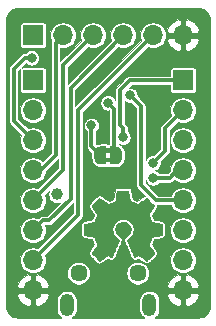
<source format=gbr>
G04 #@! TF.GenerationSoftware,KiCad,Pcbnew,(5.1.4)-1*
G04 #@! TF.CreationDate,2020-11-09T21:53:22-05:00*
G04 #@! TF.ProjectId,ft221x,66743232-3178-42e6-9b69-6361645f7063,2020-02*
G04 #@! TF.SameCoordinates,Original*
G04 #@! TF.FileFunction,Copper,L2,Bot*
G04 #@! TF.FilePolarity,Positive*
%FSLAX46Y46*%
G04 Gerber Fmt 4.6, Leading zero omitted, Abs format (unit mm)*
G04 Created by KiCad (PCBNEW (5.1.4)-1) date 2020-11-09 21:53:22*
%MOMM*%
%LPD*%
G04 APERTURE LIST*
%ADD10C,0.010000*%
%ADD11C,0.100000*%
%ADD12O,1.700000X1.700000*%
%ADD13R,1.700000X1.700000*%
%ADD14C,1.000000*%
%ADD15C,0.500000*%
%ADD16O,1.200000X1.900000*%
%ADD17C,1.450000*%
%ADD18C,0.800000*%
%ADD19C,0.304800*%
%ADD20C,0.101600*%
G04 APERTURE END LIST*
D10*
G36*
X29924186Y-41537931D02*
G01*
X29840365Y-41982555D01*
X29531080Y-42110053D01*
X29221794Y-42237551D01*
X28850754Y-41985246D01*
X28746843Y-41914996D01*
X28652913Y-41852272D01*
X28573348Y-41799938D01*
X28512530Y-41760857D01*
X28474843Y-41737893D01*
X28464579Y-41732942D01*
X28446090Y-41745676D01*
X28406580Y-41780882D01*
X28350478Y-41834062D01*
X28282213Y-41900718D01*
X28206214Y-41976354D01*
X28126908Y-42056472D01*
X28048725Y-42136574D01*
X27976093Y-42212164D01*
X27913441Y-42278745D01*
X27865197Y-42331818D01*
X27835790Y-42366887D01*
X27828759Y-42378623D01*
X27838877Y-42400260D01*
X27867241Y-42447662D01*
X27910871Y-42516193D01*
X27966782Y-42601215D01*
X28031994Y-42698093D01*
X28069781Y-42753350D01*
X28138657Y-42854248D01*
X28199860Y-42945299D01*
X28250422Y-43021970D01*
X28287372Y-43079728D01*
X28307742Y-43114043D01*
X28310803Y-43121254D01*
X28303864Y-43141748D01*
X28284949Y-43189513D01*
X28256913Y-43257832D01*
X28222609Y-43339989D01*
X28184891Y-43429270D01*
X28146613Y-43518958D01*
X28110630Y-43602338D01*
X28079794Y-43672694D01*
X28056961Y-43723310D01*
X28044983Y-43747471D01*
X28044276Y-43748422D01*
X28025469Y-43753036D01*
X27975382Y-43763328D01*
X27899207Y-43778287D01*
X27802135Y-43796901D01*
X27689357Y-43818159D01*
X27623558Y-43830418D01*
X27503050Y-43853362D01*
X27394203Y-43875195D01*
X27302524Y-43894722D01*
X27233519Y-43910748D01*
X27192696Y-43922079D01*
X27184489Y-43925674D01*
X27176452Y-43950006D01*
X27169967Y-44004959D01*
X27165030Y-44084108D01*
X27161636Y-44181026D01*
X27159782Y-44289287D01*
X27159462Y-44402465D01*
X27160673Y-44514135D01*
X27163410Y-44617868D01*
X27167669Y-44707241D01*
X27173445Y-44775826D01*
X27180733Y-44817197D01*
X27185105Y-44825810D01*
X27211236Y-44836133D01*
X27266607Y-44850892D01*
X27343893Y-44868352D01*
X27435770Y-44886780D01*
X27467842Y-44892741D01*
X27622476Y-44921066D01*
X27744625Y-44943876D01*
X27838327Y-44962080D01*
X27907616Y-44976583D01*
X27956529Y-44988292D01*
X27989103Y-44998115D01*
X28009372Y-45006956D01*
X28021374Y-45015724D01*
X28023053Y-45017457D01*
X28039816Y-45045371D01*
X28065386Y-45099695D01*
X28097212Y-45173777D01*
X28132740Y-45260965D01*
X28169417Y-45354608D01*
X28204689Y-45448052D01*
X28236004Y-45534647D01*
X28260807Y-45607740D01*
X28276546Y-45660678D01*
X28280668Y-45686811D01*
X28280324Y-45687726D01*
X28266359Y-45709086D01*
X28234678Y-45756084D01*
X28188609Y-45823827D01*
X28131482Y-45907423D01*
X28066627Y-46001982D01*
X28048157Y-46028854D01*
X27982301Y-46126275D01*
X27924350Y-46215163D01*
X27877462Y-46290412D01*
X27844793Y-46346920D01*
X27829500Y-46379581D01*
X27828759Y-46383593D01*
X27841608Y-46404684D01*
X27877112Y-46446464D01*
X27930707Y-46504445D01*
X27997829Y-46574135D01*
X28073913Y-46651045D01*
X28154396Y-46730683D01*
X28234713Y-46808561D01*
X28310301Y-46880186D01*
X28376595Y-46941070D01*
X28429031Y-46986721D01*
X28463045Y-47012650D01*
X28472455Y-47016883D01*
X28494357Y-47006912D01*
X28539200Y-46980020D01*
X28599679Y-46940736D01*
X28646211Y-46909117D01*
X28730525Y-46851098D01*
X28830374Y-46782784D01*
X28930527Y-46714579D01*
X28984373Y-46678075D01*
X29166629Y-46554800D01*
X29319619Y-46637520D01*
X29389318Y-46673759D01*
X29448586Y-46701926D01*
X29488689Y-46717991D01*
X29498897Y-46720226D01*
X29511171Y-46703722D01*
X29535387Y-46657082D01*
X29569737Y-46584609D01*
X29612412Y-46490606D01*
X29661606Y-46379374D01*
X29715510Y-46255215D01*
X29772316Y-46122432D01*
X29830218Y-45985327D01*
X29887407Y-45848202D01*
X29942076Y-45715358D01*
X29992416Y-45591098D01*
X30036620Y-45479725D01*
X30072881Y-45385539D01*
X30099391Y-45312844D01*
X30114342Y-45265941D01*
X30116746Y-45249833D01*
X30097689Y-45229286D01*
X30055964Y-45195933D01*
X30000294Y-45156702D01*
X29995622Y-45153599D01*
X29851736Y-45038423D01*
X29735717Y-44904053D01*
X29648570Y-44754784D01*
X29591301Y-44594913D01*
X29564914Y-44428737D01*
X29570415Y-44260552D01*
X29608810Y-44094655D01*
X29681105Y-43935342D01*
X29702374Y-43900487D01*
X29813004Y-43759737D01*
X29943698Y-43646714D01*
X30089936Y-43562003D01*
X30247192Y-43506194D01*
X30410943Y-43479874D01*
X30576667Y-43483630D01*
X30739838Y-43518050D01*
X30895935Y-43583723D01*
X31040433Y-43681235D01*
X31085131Y-43720813D01*
X31198888Y-43844703D01*
X31281782Y-43975124D01*
X31338644Y-44121315D01*
X31370313Y-44266088D01*
X31378131Y-44428860D01*
X31352062Y-44592440D01*
X31294755Y-44751298D01*
X31208856Y-44899906D01*
X31097014Y-45032735D01*
X30961877Y-45144256D01*
X30944117Y-45156011D01*
X30887850Y-45194508D01*
X30845077Y-45227863D01*
X30824628Y-45249160D01*
X30824331Y-45249833D01*
X30828721Y-45272871D01*
X30846124Y-45325157D01*
X30874732Y-45402390D01*
X30912735Y-45500268D01*
X30958326Y-45614491D01*
X31009697Y-45740758D01*
X31065038Y-45874767D01*
X31122542Y-46012218D01*
X31180399Y-46148808D01*
X31236802Y-46280237D01*
X31289942Y-46402205D01*
X31338010Y-46510409D01*
X31379199Y-46600549D01*
X31411699Y-46668323D01*
X31433703Y-46709430D01*
X31442564Y-46720226D01*
X31469640Y-46711819D01*
X31520303Y-46689272D01*
X31585817Y-46656613D01*
X31621841Y-46637520D01*
X31774832Y-46554800D01*
X31957088Y-46678075D01*
X32050125Y-46741228D01*
X32151985Y-46810727D01*
X32247438Y-46876165D01*
X32295250Y-46909117D01*
X32362495Y-46954273D01*
X32419436Y-46990057D01*
X32458646Y-47011938D01*
X32471381Y-47016563D01*
X32489917Y-47004085D01*
X32530941Y-46969252D01*
X32590475Y-46915678D01*
X32664542Y-46846983D01*
X32749165Y-46766781D01*
X32802685Y-46715286D01*
X32896319Y-46623286D01*
X32977241Y-46540999D01*
X33042177Y-46471945D01*
X33087858Y-46419644D01*
X33111011Y-46387616D01*
X33113232Y-46381116D01*
X33102924Y-46356394D01*
X33074439Y-46306405D01*
X33030937Y-46236212D01*
X32975577Y-46150875D01*
X32911520Y-46055456D01*
X32893303Y-46028854D01*
X32826927Y-45932167D01*
X32767378Y-45845117D01*
X32717984Y-45772595D01*
X32682075Y-45719493D01*
X32662981Y-45690703D01*
X32661136Y-45687726D01*
X32663895Y-45664782D01*
X32678538Y-45614336D01*
X32702513Y-45543041D01*
X32733266Y-45457547D01*
X32768244Y-45364507D01*
X32804893Y-45270574D01*
X32840661Y-45182399D01*
X32872994Y-45106634D01*
X32899338Y-45049931D01*
X32917142Y-45018943D01*
X32918407Y-45017457D01*
X32929294Y-45008601D01*
X32947682Y-44999843D01*
X32977606Y-44990277D01*
X33023103Y-44978996D01*
X33088209Y-44965093D01*
X33176961Y-44947663D01*
X33293393Y-44925798D01*
X33441542Y-44898591D01*
X33473618Y-44892741D01*
X33568686Y-44874374D01*
X33651565Y-44856405D01*
X33714930Y-44840569D01*
X33751458Y-44828600D01*
X33756356Y-44825810D01*
X33764427Y-44801072D01*
X33770987Y-44745790D01*
X33776033Y-44666389D01*
X33779559Y-44569296D01*
X33781561Y-44460938D01*
X33782036Y-44347740D01*
X33780977Y-44236128D01*
X33778382Y-44132529D01*
X33774246Y-44043368D01*
X33768563Y-43975072D01*
X33761331Y-43934066D01*
X33756971Y-43925674D01*
X33732698Y-43917208D01*
X33677426Y-43903435D01*
X33596662Y-43885550D01*
X33495912Y-43864748D01*
X33380683Y-43842223D01*
X33317902Y-43830418D01*
X33198787Y-43808151D01*
X33092565Y-43787979D01*
X33004427Y-43770915D01*
X32939566Y-43757969D01*
X32903174Y-43750155D01*
X32897184Y-43748422D01*
X32887061Y-43728890D01*
X32865662Y-43681843D01*
X32835839Y-43614003D01*
X32800445Y-43532091D01*
X32762332Y-43442828D01*
X32724353Y-43352935D01*
X32689360Y-43269135D01*
X32660206Y-43198147D01*
X32639743Y-43146694D01*
X32630823Y-43121497D01*
X32630657Y-43120396D01*
X32640769Y-43100519D01*
X32669117Y-43054777D01*
X32712723Y-42987717D01*
X32768606Y-42903884D01*
X32833787Y-42807826D01*
X32871679Y-42752650D01*
X32940725Y-42651481D01*
X33002050Y-42559630D01*
X33052663Y-42481744D01*
X33089571Y-42422469D01*
X33109782Y-42386451D01*
X33112701Y-42378377D01*
X33100153Y-42359584D01*
X33065463Y-42319457D01*
X33013063Y-42262493D01*
X32947384Y-42193185D01*
X32872856Y-42116031D01*
X32793913Y-42035525D01*
X32714983Y-41956163D01*
X32640500Y-41882440D01*
X32574894Y-41818852D01*
X32522596Y-41769894D01*
X32488039Y-41740061D01*
X32476478Y-41732942D01*
X32457654Y-41742953D01*
X32412631Y-41771078D01*
X32345787Y-41814454D01*
X32261499Y-41870218D01*
X32164144Y-41935506D01*
X32090707Y-41985246D01*
X31719667Y-42237551D01*
X31101095Y-41982555D01*
X31017275Y-41537931D01*
X30933454Y-41093307D01*
X30008006Y-41093307D01*
X29924186Y-41537931D01*
X29924186Y-41537931D01*
G37*
X29924186Y-41537931D02*
X29840365Y-41982555D01*
X29531080Y-42110053D01*
X29221794Y-42237551D01*
X28850754Y-41985246D01*
X28746843Y-41914996D01*
X28652913Y-41852272D01*
X28573348Y-41799938D01*
X28512530Y-41760857D01*
X28474843Y-41737893D01*
X28464579Y-41732942D01*
X28446090Y-41745676D01*
X28406580Y-41780882D01*
X28350478Y-41834062D01*
X28282213Y-41900718D01*
X28206214Y-41976354D01*
X28126908Y-42056472D01*
X28048725Y-42136574D01*
X27976093Y-42212164D01*
X27913441Y-42278745D01*
X27865197Y-42331818D01*
X27835790Y-42366887D01*
X27828759Y-42378623D01*
X27838877Y-42400260D01*
X27867241Y-42447662D01*
X27910871Y-42516193D01*
X27966782Y-42601215D01*
X28031994Y-42698093D01*
X28069781Y-42753350D01*
X28138657Y-42854248D01*
X28199860Y-42945299D01*
X28250422Y-43021970D01*
X28287372Y-43079728D01*
X28307742Y-43114043D01*
X28310803Y-43121254D01*
X28303864Y-43141748D01*
X28284949Y-43189513D01*
X28256913Y-43257832D01*
X28222609Y-43339989D01*
X28184891Y-43429270D01*
X28146613Y-43518958D01*
X28110630Y-43602338D01*
X28079794Y-43672694D01*
X28056961Y-43723310D01*
X28044983Y-43747471D01*
X28044276Y-43748422D01*
X28025469Y-43753036D01*
X27975382Y-43763328D01*
X27899207Y-43778287D01*
X27802135Y-43796901D01*
X27689357Y-43818159D01*
X27623558Y-43830418D01*
X27503050Y-43853362D01*
X27394203Y-43875195D01*
X27302524Y-43894722D01*
X27233519Y-43910748D01*
X27192696Y-43922079D01*
X27184489Y-43925674D01*
X27176452Y-43950006D01*
X27169967Y-44004959D01*
X27165030Y-44084108D01*
X27161636Y-44181026D01*
X27159782Y-44289287D01*
X27159462Y-44402465D01*
X27160673Y-44514135D01*
X27163410Y-44617868D01*
X27167669Y-44707241D01*
X27173445Y-44775826D01*
X27180733Y-44817197D01*
X27185105Y-44825810D01*
X27211236Y-44836133D01*
X27266607Y-44850892D01*
X27343893Y-44868352D01*
X27435770Y-44886780D01*
X27467842Y-44892741D01*
X27622476Y-44921066D01*
X27744625Y-44943876D01*
X27838327Y-44962080D01*
X27907616Y-44976583D01*
X27956529Y-44988292D01*
X27989103Y-44998115D01*
X28009372Y-45006956D01*
X28021374Y-45015724D01*
X28023053Y-45017457D01*
X28039816Y-45045371D01*
X28065386Y-45099695D01*
X28097212Y-45173777D01*
X28132740Y-45260965D01*
X28169417Y-45354608D01*
X28204689Y-45448052D01*
X28236004Y-45534647D01*
X28260807Y-45607740D01*
X28276546Y-45660678D01*
X28280668Y-45686811D01*
X28280324Y-45687726D01*
X28266359Y-45709086D01*
X28234678Y-45756084D01*
X28188609Y-45823827D01*
X28131482Y-45907423D01*
X28066627Y-46001982D01*
X28048157Y-46028854D01*
X27982301Y-46126275D01*
X27924350Y-46215163D01*
X27877462Y-46290412D01*
X27844793Y-46346920D01*
X27829500Y-46379581D01*
X27828759Y-46383593D01*
X27841608Y-46404684D01*
X27877112Y-46446464D01*
X27930707Y-46504445D01*
X27997829Y-46574135D01*
X28073913Y-46651045D01*
X28154396Y-46730683D01*
X28234713Y-46808561D01*
X28310301Y-46880186D01*
X28376595Y-46941070D01*
X28429031Y-46986721D01*
X28463045Y-47012650D01*
X28472455Y-47016883D01*
X28494357Y-47006912D01*
X28539200Y-46980020D01*
X28599679Y-46940736D01*
X28646211Y-46909117D01*
X28730525Y-46851098D01*
X28830374Y-46782784D01*
X28930527Y-46714579D01*
X28984373Y-46678075D01*
X29166629Y-46554800D01*
X29319619Y-46637520D01*
X29389318Y-46673759D01*
X29448586Y-46701926D01*
X29488689Y-46717991D01*
X29498897Y-46720226D01*
X29511171Y-46703722D01*
X29535387Y-46657082D01*
X29569737Y-46584609D01*
X29612412Y-46490606D01*
X29661606Y-46379374D01*
X29715510Y-46255215D01*
X29772316Y-46122432D01*
X29830218Y-45985327D01*
X29887407Y-45848202D01*
X29942076Y-45715358D01*
X29992416Y-45591098D01*
X30036620Y-45479725D01*
X30072881Y-45385539D01*
X30099391Y-45312844D01*
X30114342Y-45265941D01*
X30116746Y-45249833D01*
X30097689Y-45229286D01*
X30055964Y-45195933D01*
X30000294Y-45156702D01*
X29995622Y-45153599D01*
X29851736Y-45038423D01*
X29735717Y-44904053D01*
X29648570Y-44754784D01*
X29591301Y-44594913D01*
X29564914Y-44428737D01*
X29570415Y-44260552D01*
X29608810Y-44094655D01*
X29681105Y-43935342D01*
X29702374Y-43900487D01*
X29813004Y-43759737D01*
X29943698Y-43646714D01*
X30089936Y-43562003D01*
X30247192Y-43506194D01*
X30410943Y-43479874D01*
X30576667Y-43483630D01*
X30739838Y-43518050D01*
X30895935Y-43583723D01*
X31040433Y-43681235D01*
X31085131Y-43720813D01*
X31198888Y-43844703D01*
X31281782Y-43975124D01*
X31338644Y-44121315D01*
X31370313Y-44266088D01*
X31378131Y-44428860D01*
X31352062Y-44592440D01*
X31294755Y-44751298D01*
X31208856Y-44899906D01*
X31097014Y-45032735D01*
X30961877Y-45144256D01*
X30944117Y-45156011D01*
X30887850Y-45194508D01*
X30845077Y-45227863D01*
X30824628Y-45249160D01*
X30824331Y-45249833D01*
X30828721Y-45272871D01*
X30846124Y-45325157D01*
X30874732Y-45402390D01*
X30912735Y-45500268D01*
X30958326Y-45614491D01*
X31009697Y-45740758D01*
X31065038Y-45874767D01*
X31122542Y-46012218D01*
X31180399Y-46148808D01*
X31236802Y-46280237D01*
X31289942Y-46402205D01*
X31338010Y-46510409D01*
X31379199Y-46600549D01*
X31411699Y-46668323D01*
X31433703Y-46709430D01*
X31442564Y-46720226D01*
X31469640Y-46711819D01*
X31520303Y-46689272D01*
X31585817Y-46656613D01*
X31621841Y-46637520D01*
X31774832Y-46554800D01*
X31957088Y-46678075D01*
X32050125Y-46741228D01*
X32151985Y-46810727D01*
X32247438Y-46876165D01*
X32295250Y-46909117D01*
X32362495Y-46954273D01*
X32419436Y-46990057D01*
X32458646Y-47011938D01*
X32471381Y-47016563D01*
X32489917Y-47004085D01*
X32530941Y-46969252D01*
X32590475Y-46915678D01*
X32664542Y-46846983D01*
X32749165Y-46766781D01*
X32802685Y-46715286D01*
X32896319Y-46623286D01*
X32977241Y-46540999D01*
X33042177Y-46471945D01*
X33087858Y-46419644D01*
X33111011Y-46387616D01*
X33113232Y-46381116D01*
X33102924Y-46356394D01*
X33074439Y-46306405D01*
X33030937Y-46236212D01*
X32975577Y-46150875D01*
X32911520Y-46055456D01*
X32893303Y-46028854D01*
X32826927Y-45932167D01*
X32767378Y-45845117D01*
X32717984Y-45772595D01*
X32682075Y-45719493D01*
X32662981Y-45690703D01*
X32661136Y-45687726D01*
X32663895Y-45664782D01*
X32678538Y-45614336D01*
X32702513Y-45543041D01*
X32733266Y-45457547D01*
X32768244Y-45364507D01*
X32804893Y-45270574D01*
X32840661Y-45182399D01*
X32872994Y-45106634D01*
X32899338Y-45049931D01*
X32917142Y-45018943D01*
X32918407Y-45017457D01*
X32929294Y-45008601D01*
X32947682Y-44999843D01*
X32977606Y-44990277D01*
X33023103Y-44978996D01*
X33088209Y-44965093D01*
X33176961Y-44947663D01*
X33293393Y-44925798D01*
X33441542Y-44898591D01*
X33473618Y-44892741D01*
X33568686Y-44874374D01*
X33651565Y-44856405D01*
X33714930Y-44840569D01*
X33751458Y-44828600D01*
X33756356Y-44825810D01*
X33764427Y-44801072D01*
X33770987Y-44745790D01*
X33776033Y-44666389D01*
X33779559Y-44569296D01*
X33781561Y-44460938D01*
X33782036Y-44347740D01*
X33780977Y-44236128D01*
X33778382Y-44132529D01*
X33774246Y-44043368D01*
X33768563Y-43975072D01*
X33761331Y-43934066D01*
X33756971Y-43925674D01*
X33732698Y-43917208D01*
X33677426Y-43903435D01*
X33596662Y-43885550D01*
X33495912Y-43864748D01*
X33380683Y-43842223D01*
X33317902Y-43830418D01*
X33198787Y-43808151D01*
X33092565Y-43787979D01*
X33004427Y-43770915D01*
X32939566Y-43757969D01*
X32903174Y-43750155D01*
X32897184Y-43748422D01*
X32887061Y-43728890D01*
X32865662Y-43681843D01*
X32835839Y-43614003D01*
X32800445Y-43532091D01*
X32762332Y-43442828D01*
X32724353Y-43352935D01*
X32689360Y-43269135D01*
X32660206Y-43198147D01*
X32639743Y-43146694D01*
X32630823Y-43121497D01*
X32630657Y-43120396D01*
X32640769Y-43100519D01*
X32669117Y-43054777D01*
X32712723Y-42987717D01*
X32768606Y-42903884D01*
X32833787Y-42807826D01*
X32871679Y-42752650D01*
X32940725Y-42651481D01*
X33002050Y-42559630D01*
X33052663Y-42481744D01*
X33089571Y-42422469D01*
X33109782Y-42386451D01*
X33112701Y-42378377D01*
X33100153Y-42359584D01*
X33065463Y-42319457D01*
X33013063Y-42262493D01*
X32947384Y-42193185D01*
X32872856Y-42116031D01*
X32793913Y-42035525D01*
X32714983Y-41956163D01*
X32640500Y-41882440D01*
X32574894Y-41818852D01*
X32522596Y-41769894D01*
X32488039Y-41740061D01*
X32476478Y-41732942D01*
X32457654Y-41742953D01*
X32412631Y-41771078D01*
X32345787Y-41814454D01*
X32261499Y-41870218D01*
X32164144Y-41935506D01*
X32090707Y-41985246D01*
X31719667Y-42237551D01*
X31101095Y-41982555D01*
X31017275Y-41537931D01*
X30933454Y-41093307D01*
X30008006Y-41093307D01*
X29924186Y-41537931D01*
D11*
G36*
X28960000Y-38700000D02*
G01*
X29460000Y-38700000D01*
X29460000Y-38300000D01*
X28960000Y-38300000D01*
X28960000Y-38700000D01*
G37*
G36*
X28960000Y-37900000D02*
G01*
X29460000Y-37900000D01*
X29460000Y-37500000D01*
X28960000Y-37500000D01*
X28960000Y-37900000D01*
G37*
D12*
X35560000Y-27940000D03*
X33020000Y-27940000D03*
X30480000Y-27940000D03*
X27940000Y-27940000D03*
X25400000Y-27940000D03*
D13*
X22860000Y-27940000D03*
D14*
X24892000Y-41402000D03*
D15*
X28560000Y-38100000D03*
D11*
G36*
X29060000Y-38850000D02*
G01*
X28560000Y-38850000D01*
X28560000Y-38849398D01*
X28535466Y-38849398D01*
X28486635Y-38844588D01*
X28438510Y-38835016D01*
X28391555Y-38820772D01*
X28346222Y-38801995D01*
X28302949Y-38778864D01*
X28262150Y-38751604D01*
X28224221Y-38720476D01*
X28189524Y-38685779D01*
X28158396Y-38647850D01*
X28131136Y-38607051D01*
X28108005Y-38563778D01*
X28089228Y-38518445D01*
X28074984Y-38471490D01*
X28065412Y-38423365D01*
X28060602Y-38374534D01*
X28060602Y-38350000D01*
X28060000Y-38350000D01*
X28060000Y-37850000D01*
X28060602Y-37850000D01*
X28060602Y-37825466D01*
X28065412Y-37776635D01*
X28074984Y-37728510D01*
X28089228Y-37681555D01*
X28108005Y-37636222D01*
X28131136Y-37592949D01*
X28158396Y-37552150D01*
X28189524Y-37514221D01*
X28224221Y-37479524D01*
X28262150Y-37448396D01*
X28302949Y-37421136D01*
X28346222Y-37398005D01*
X28391555Y-37379228D01*
X28438510Y-37364984D01*
X28486635Y-37355412D01*
X28535466Y-37350602D01*
X28560000Y-37350602D01*
X28560000Y-37350000D01*
X29060000Y-37350000D01*
X29060000Y-38850000D01*
X29060000Y-38850000D01*
G37*
D15*
X29860000Y-38100000D03*
D11*
G36*
X29860000Y-37350602D02*
G01*
X29884534Y-37350602D01*
X29933365Y-37355412D01*
X29981490Y-37364984D01*
X30028445Y-37379228D01*
X30073778Y-37398005D01*
X30117051Y-37421136D01*
X30157850Y-37448396D01*
X30195779Y-37479524D01*
X30230476Y-37514221D01*
X30261604Y-37552150D01*
X30288864Y-37592949D01*
X30311995Y-37636222D01*
X30330772Y-37681555D01*
X30345016Y-37728510D01*
X30354588Y-37776635D01*
X30359398Y-37825466D01*
X30359398Y-37850000D01*
X30360000Y-37850000D01*
X30360000Y-38350000D01*
X30359398Y-38350000D01*
X30359398Y-38374534D01*
X30354588Y-38423365D01*
X30345016Y-38471490D01*
X30330772Y-38518445D01*
X30311995Y-38563778D01*
X30288864Y-38607051D01*
X30261604Y-38647850D01*
X30230476Y-38685779D01*
X30195779Y-38720476D01*
X30157850Y-38751604D01*
X30117051Y-38778864D01*
X30073778Y-38801995D01*
X30028445Y-38820772D01*
X29981490Y-38835016D01*
X29933365Y-38844588D01*
X29884534Y-38849398D01*
X29860000Y-38849398D01*
X29860000Y-38850000D01*
X29360000Y-38850000D01*
X29360000Y-37350000D01*
X29860000Y-37350000D01*
X29860000Y-37350602D01*
X29860000Y-37350602D01*
G37*
D12*
X35560000Y-49530000D03*
X35560000Y-46990000D03*
X35560000Y-44450000D03*
X35560000Y-41910000D03*
X35560000Y-39370000D03*
X35560000Y-36830000D03*
X35560000Y-34290000D03*
D13*
X35560000Y-31750000D03*
D12*
X22860000Y-49530000D03*
X22860000Y-46990000D03*
X22860000Y-44450000D03*
X22860000Y-41910000D03*
X22860000Y-39370000D03*
X22860000Y-36830000D03*
X22860000Y-34290000D03*
D13*
X22860000Y-31750000D03*
D16*
X32710000Y-50767500D03*
X25710000Y-50767500D03*
D17*
X31710000Y-48067500D03*
X26710000Y-48067500D03*
D18*
X30480000Y-46228000D03*
X26416000Y-30734000D03*
X33274000Y-36576000D03*
X26670000Y-46228000D03*
X29210000Y-33655000D03*
X22733000Y-29845000D03*
X27807590Y-35560000D03*
X31057600Y-33020000D03*
X33020000Y-40005000D03*
X33020000Y-38735000D03*
X30480000Y-36576000D03*
D19*
X29718000Y-34163000D02*
X29210000Y-33655000D01*
X29860000Y-38100000D02*
X29718000Y-37958000D01*
X29718000Y-37958000D02*
X29718000Y-34163000D01*
X29210000Y-33655000D02*
X29210000Y-33655000D01*
X29210000Y-33655000D02*
X29210000Y-33655000D01*
X26670000Y-43180000D02*
X22860000Y-46990000D01*
X33020000Y-27940000D02*
X26670000Y-34290000D01*
X26670000Y-34290000D02*
X26670000Y-43180000D01*
X23709999Y-43600001D02*
X22860000Y-44450000D01*
X24217999Y-43600001D02*
X23709999Y-43600001D01*
X26035000Y-41783000D02*
X24217999Y-43600001D01*
X30480000Y-27940000D02*
X26035000Y-32385000D01*
X26035000Y-32385000D02*
X26035000Y-41783000D01*
X23495000Y-39370000D02*
X22860000Y-39370000D01*
X24765000Y-38100000D02*
X23495000Y-39370000D01*
X25400000Y-27940000D02*
X24765000Y-28575000D01*
X24765000Y-28575000D02*
X24765000Y-38100000D01*
X23709999Y-41060001D02*
X22860000Y-41910000D01*
X25400000Y-39370000D02*
X23709999Y-41060001D01*
X27940000Y-27940000D02*
X25400000Y-30480000D01*
X25400000Y-30480000D02*
X25400000Y-39370000D01*
X22167315Y-29845000D02*
X21209000Y-30803315D01*
X22733000Y-29845000D02*
X22167315Y-29845000D01*
X21209000Y-35179000D02*
X22860000Y-36830000D01*
X21209000Y-30803315D02*
X21209000Y-35179000D01*
X28560000Y-38100000D02*
X27807590Y-37347590D01*
X27807590Y-37347590D02*
X27807590Y-36125685D01*
X27807590Y-36125685D02*
X27807590Y-35560000D01*
X31057600Y-33020000D02*
X32004000Y-33966400D01*
X34357919Y-41910000D02*
X35560000Y-41910000D01*
X33274000Y-41910000D02*
X34357919Y-41910000D01*
X32004000Y-40640000D02*
X33274000Y-41910000D01*
X32004000Y-33966400D02*
X32004000Y-40640000D01*
X34417000Y-40005000D02*
X33020000Y-40005000D01*
X35560000Y-39370000D02*
X35052000Y-39370000D01*
X35052000Y-39370000D02*
X34417000Y-40005000D01*
X34036000Y-37719000D02*
X33020000Y-38735000D01*
X35560000Y-34290000D02*
X34036000Y-35814000D01*
X34036000Y-35814000D02*
X34036000Y-37719000D01*
X34405200Y-31750000D02*
X35560000Y-31750000D01*
X31066223Y-31750000D02*
X34405200Y-31750000D01*
X30235599Y-32580624D02*
X31066223Y-31750000D01*
X30235599Y-35569599D02*
X30235599Y-32580624D01*
X30480000Y-36576000D02*
X30480000Y-35814000D01*
X30480000Y-35814000D02*
X30235599Y-35569599D01*
D20*
G36*
X37032142Y-25649116D02*
G01*
X37226578Y-25707819D01*
X37405915Y-25803174D01*
X37563319Y-25931548D01*
X37692782Y-26088043D01*
X37789387Y-26266707D01*
X37849449Y-26460739D01*
X37871801Y-26673400D01*
X37871799Y-50788837D01*
X37850884Y-51002142D01*
X37792181Y-51196579D01*
X37696826Y-51375915D01*
X37568454Y-51533316D01*
X37411957Y-51662782D01*
X37233289Y-51759388D01*
X37039262Y-51819449D01*
X36826610Y-51841800D01*
X33159778Y-51841800D01*
X33184966Y-51828337D01*
X33314517Y-51722017D01*
X33420837Y-51592466D01*
X33499839Y-51444662D01*
X33548489Y-51284286D01*
X33560800Y-51159290D01*
X33560800Y-50375710D01*
X33548489Y-50250714D01*
X33499839Y-50090338D01*
X33424175Y-49948779D01*
X34214882Y-49948779D01*
X34312731Y-50185026D01*
X34464486Y-50415770D01*
X34658341Y-50612474D01*
X34886846Y-50767580D01*
X35141220Y-50875126D01*
X35356800Y-50784377D01*
X35356800Y-49733200D01*
X35763200Y-49733200D01*
X35763200Y-50784377D01*
X35978780Y-50875126D01*
X36233154Y-50767580D01*
X36461659Y-50612474D01*
X36655514Y-50415770D01*
X36807269Y-50185026D01*
X36905118Y-49948779D01*
X36812727Y-49733200D01*
X35763200Y-49733200D01*
X35356800Y-49733200D01*
X34307273Y-49733200D01*
X34214882Y-49948779D01*
X33424175Y-49948779D01*
X33420837Y-49942534D01*
X33314517Y-49812983D01*
X33184965Y-49706663D01*
X33037161Y-49627661D01*
X32876785Y-49579011D01*
X32710000Y-49562584D01*
X32543214Y-49579011D01*
X32382838Y-49627661D01*
X32235034Y-49706663D01*
X32105483Y-49812983D01*
X31999163Y-49942535D01*
X31920161Y-50090339D01*
X31871511Y-50250715D01*
X31859200Y-50375711D01*
X31859200Y-51159290D01*
X31871511Y-51284286D01*
X31920162Y-51444662D01*
X31999164Y-51592466D01*
X32105484Y-51722017D01*
X32235035Y-51828337D01*
X32260223Y-51841800D01*
X26159777Y-51841800D01*
X26184965Y-51828337D01*
X26314517Y-51722017D01*
X26420837Y-51592466D01*
X26499839Y-51444662D01*
X26548489Y-51284286D01*
X26560800Y-51159290D01*
X26560800Y-50375710D01*
X26548489Y-50250714D01*
X26499839Y-50090338D01*
X26420837Y-49942534D01*
X26314517Y-49812983D01*
X26184966Y-49706663D01*
X26037162Y-49627661D01*
X25876786Y-49579011D01*
X25710000Y-49562584D01*
X25543215Y-49579011D01*
X25382839Y-49627661D01*
X25235035Y-49706663D01*
X25105484Y-49812983D01*
X24999164Y-49942534D01*
X24920162Y-50090338D01*
X24871511Y-50250714D01*
X24859200Y-50375710D01*
X24859200Y-51159289D01*
X24871511Y-51284285D01*
X24920161Y-51444661D01*
X24999163Y-51592465D01*
X25105483Y-51722017D01*
X25235034Y-51828337D01*
X25260222Y-51841800D01*
X21601152Y-51841800D01*
X21387858Y-51820886D01*
X21193420Y-51762182D01*
X21014084Y-51666827D01*
X20856686Y-51538458D01*
X20727216Y-51381957D01*
X20630611Y-51203289D01*
X20570550Y-51009265D01*
X20548200Y-50796611D01*
X20548200Y-49948779D01*
X21514882Y-49948779D01*
X21612731Y-50185026D01*
X21764486Y-50415770D01*
X21958341Y-50612474D01*
X22186846Y-50767580D01*
X22441220Y-50875126D01*
X22656800Y-50784377D01*
X22656800Y-49733200D01*
X23063200Y-49733200D01*
X23063200Y-50784377D01*
X23278780Y-50875126D01*
X23533154Y-50767580D01*
X23761659Y-50612474D01*
X23955514Y-50415770D01*
X24107269Y-50185026D01*
X24205118Y-49948779D01*
X24112727Y-49733200D01*
X23063200Y-49733200D01*
X22656800Y-49733200D01*
X21607273Y-49733200D01*
X21514882Y-49948779D01*
X20548200Y-49948779D01*
X20548200Y-49111221D01*
X21514882Y-49111221D01*
X21607273Y-49326800D01*
X22656800Y-49326800D01*
X22656800Y-48275623D01*
X23063200Y-48275623D01*
X23063200Y-49326800D01*
X24112727Y-49326800D01*
X24205118Y-49111221D01*
X34214882Y-49111221D01*
X34307273Y-49326800D01*
X35356800Y-49326800D01*
X35356800Y-48275623D01*
X35763200Y-48275623D01*
X35763200Y-49326800D01*
X36812727Y-49326800D01*
X36905118Y-49111221D01*
X36807269Y-48874974D01*
X36655514Y-48644230D01*
X36461659Y-48447526D01*
X36233154Y-48292420D01*
X35978780Y-48184874D01*
X35763200Y-48275623D01*
X35356800Y-48275623D01*
X35141220Y-48184874D01*
X34886846Y-48292420D01*
X34658341Y-48447526D01*
X34464486Y-48644230D01*
X34312731Y-48874974D01*
X34214882Y-49111221D01*
X24205118Y-49111221D01*
X24107269Y-48874974D01*
X23955514Y-48644230D01*
X23761659Y-48447526D01*
X23533154Y-48292420D01*
X23278780Y-48184874D01*
X23063200Y-48275623D01*
X22656800Y-48275623D01*
X22441220Y-48184874D01*
X22186846Y-48292420D01*
X21958341Y-48447526D01*
X21764486Y-48644230D01*
X21612731Y-48874974D01*
X21514882Y-49111221D01*
X20548200Y-49111221D01*
X20548200Y-39370000D01*
X21753874Y-39370000D01*
X21775128Y-39585794D01*
X21838073Y-39793296D01*
X21940290Y-39984531D01*
X22077851Y-40152149D01*
X22245469Y-40289710D01*
X22436704Y-40391927D01*
X22644206Y-40454872D01*
X22805925Y-40470800D01*
X22914075Y-40470800D01*
X23075794Y-40454872D01*
X23283296Y-40391927D01*
X23474531Y-40289710D01*
X23642149Y-40152149D01*
X23779710Y-39984531D01*
X23881927Y-39793296D01*
X23944872Y-39585794D01*
X23955301Y-39479909D01*
X24996801Y-38438410D01*
X24996801Y-39202988D01*
X23301817Y-40897972D01*
X23283296Y-40888073D01*
X23075794Y-40825128D01*
X22914075Y-40809200D01*
X22805925Y-40809200D01*
X22644206Y-40825128D01*
X22436704Y-40888073D01*
X22245469Y-40990290D01*
X22077851Y-41127851D01*
X21940290Y-41295469D01*
X21838073Y-41486704D01*
X21775128Y-41694206D01*
X21753874Y-41910000D01*
X21775128Y-42125794D01*
X21838073Y-42333296D01*
X21940290Y-42524531D01*
X22077851Y-42692149D01*
X22245469Y-42829710D01*
X22436704Y-42931927D01*
X22644206Y-42994872D01*
X22805925Y-43010800D01*
X22914075Y-43010800D01*
X23075794Y-42994872D01*
X23283296Y-42931927D01*
X23474531Y-42829710D01*
X23642149Y-42692149D01*
X23779710Y-42524531D01*
X23881927Y-42333296D01*
X23944872Y-42125794D01*
X23966126Y-41910000D01*
X23944872Y-41694206D01*
X23881927Y-41486704D01*
X23872028Y-41468183D01*
X24009108Y-41331103D01*
X24179134Y-41161076D01*
X24170053Y-41183000D01*
X24141200Y-41328053D01*
X24141200Y-41475947D01*
X24170053Y-41621000D01*
X24226649Y-41757637D01*
X24308815Y-41880607D01*
X24413393Y-41985185D01*
X24536363Y-42067351D01*
X24673000Y-42123947D01*
X24818053Y-42152800D01*
X24965947Y-42152800D01*
X25111000Y-42123947D01*
X25132923Y-42114866D01*
X24050989Y-43196801D01*
X23729786Y-43196801D01*
X23709998Y-43194852D01*
X23690210Y-43196801D01*
X23690201Y-43196801D01*
X23630958Y-43202636D01*
X23554955Y-43225691D01*
X23484910Y-43263131D01*
X23477665Y-43269077D01*
X23444660Y-43296164D01*
X23423515Y-43313517D01*
X23410897Y-43328892D01*
X23301817Y-43437972D01*
X23283296Y-43428073D01*
X23075794Y-43365128D01*
X22914075Y-43349200D01*
X22805925Y-43349200D01*
X22644206Y-43365128D01*
X22436704Y-43428073D01*
X22245469Y-43530290D01*
X22077851Y-43667851D01*
X21940290Y-43835469D01*
X21838073Y-44026704D01*
X21775128Y-44234206D01*
X21753874Y-44450000D01*
X21775128Y-44665794D01*
X21838073Y-44873296D01*
X21940290Y-45064531D01*
X22077851Y-45232149D01*
X22245469Y-45369710D01*
X22436704Y-45471927D01*
X22644206Y-45534872D01*
X22805925Y-45550800D01*
X22914075Y-45550800D01*
X23075794Y-45534872D01*
X23283296Y-45471927D01*
X23474531Y-45369710D01*
X23642149Y-45232149D01*
X23779710Y-45064531D01*
X23881927Y-44873296D01*
X23944872Y-44665794D01*
X23966126Y-44450000D01*
X23944872Y-44234206D01*
X23881927Y-44026704D01*
X23872028Y-44008183D01*
X23877010Y-44003201D01*
X24198208Y-44003201D01*
X24217999Y-44005150D01*
X24237790Y-44003201D01*
X24237797Y-44003201D01*
X24297040Y-43997366D01*
X24373043Y-43974311D01*
X24443088Y-43936871D01*
X24504483Y-43886485D01*
X24517106Y-43871104D01*
X26266801Y-42121410D01*
X26266801Y-43012989D01*
X23301817Y-45977973D01*
X23283296Y-45968073D01*
X23075794Y-45905128D01*
X22914075Y-45889200D01*
X22805925Y-45889200D01*
X22644206Y-45905128D01*
X22436704Y-45968073D01*
X22245469Y-46070290D01*
X22077851Y-46207851D01*
X21940290Y-46375469D01*
X21838073Y-46566704D01*
X21775128Y-46774206D01*
X21753874Y-46990000D01*
X21775128Y-47205794D01*
X21838073Y-47413296D01*
X21940290Y-47604531D01*
X22077851Y-47772149D01*
X22245469Y-47909710D01*
X22436704Y-48011927D01*
X22644206Y-48074872D01*
X22805925Y-48090800D01*
X22914075Y-48090800D01*
X23075794Y-48074872D01*
X23283296Y-48011927D01*
X23359131Y-47971392D01*
X25734200Y-47971392D01*
X25734200Y-48163608D01*
X25771700Y-48352130D01*
X25845258Y-48529714D01*
X25952047Y-48689536D01*
X26087964Y-48825453D01*
X26247786Y-48932242D01*
X26425370Y-49005800D01*
X26613892Y-49043300D01*
X26806108Y-49043300D01*
X26994630Y-49005800D01*
X27172214Y-48932242D01*
X27332036Y-48825453D01*
X27467953Y-48689536D01*
X27574742Y-48529714D01*
X27648300Y-48352130D01*
X27685800Y-48163608D01*
X27685800Y-47971392D01*
X30734200Y-47971392D01*
X30734200Y-48163608D01*
X30771700Y-48352130D01*
X30845258Y-48529714D01*
X30952047Y-48689536D01*
X31087964Y-48825453D01*
X31247786Y-48932242D01*
X31425370Y-49005800D01*
X31613892Y-49043300D01*
X31806108Y-49043300D01*
X31994630Y-49005800D01*
X32172214Y-48932242D01*
X32332036Y-48825453D01*
X32467953Y-48689536D01*
X32574742Y-48529714D01*
X32648300Y-48352130D01*
X32685800Y-48163608D01*
X32685800Y-47971392D01*
X32648300Y-47782870D01*
X32574742Y-47605286D01*
X32467953Y-47445464D01*
X32332036Y-47309547D01*
X32172214Y-47202758D01*
X31994630Y-47129200D01*
X31806108Y-47091700D01*
X31613892Y-47091700D01*
X31425370Y-47129200D01*
X31247786Y-47202758D01*
X31087964Y-47309547D01*
X30952047Y-47445464D01*
X30845258Y-47605286D01*
X30771700Y-47782870D01*
X30734200Y-47971392D01*
X27685800Y-47971392D01*
X27648300Y-47782870D01*
X27574742Y-47605286D01*
X27467953Y-47445464D01*
X27332036Y-47309547D01*
X27172214Y-47202758D01*
X26994630Y-47129200D01*
X26806108Y-47091700D01*
X26613892Y-47091700D01*
X26425370Y-47129200D01*
X26247786Y-47202758D01*
X26087964Y-47309547D01*
X25952047Y-47445464D01*
X25845258Y-47605286D01*
X25771700Y-47782870D01*
X25734200Y-47971392D01*
X23359131Y-47971392D01*
X23474531Y-47909710D01*
X23642149Y-47772149D01*
X23779710Y-47604531D01*
X23881927Y-47413296D01*
X23944872Y-47205794D01*
X23966126Y-46990000D01*
X23944872Y-46774206D01*
X23881927Y-46566704D01*
X23872027Y-46548183D01*
X26018545Y-44401665D01*
X26903663Y-44401665D01*
X26903663Y-44401667D01*
X26903677Y-44405239D01*
X26904888Y-44516909D01*
X26904910Y-44517111D01*
X26904893Y-44517311D01*
X26904962Y-44520882D01*
X26907699Y-44624615D01*
X26907815Y-44625543D01*
X26907755Y-44626475D01*
X26907900Y-44630044D01*
X26912159Y-44719417D01*
X26912576Y-44722264D01*
X26912496Y-44725146D01*
X26912771Y-44728708D01*
X26918547Y-44797293D01*
X26920316Y-44806918D01*
X26920929Y-44816683D01*
X26921524Y-44820205D01*
X26928812Y-44861576D01*
X26931768Y-44872168D01*
X26933548Y-44883026D01*
X26938463Y-44896163D01*
X26942230Y-44909662D01*
X26947186Y-44919477D01*
X26951042Y-44929783D01*
X26952637Y-44932980D01*
X26957009Y-44941593D01*
X26963475Y-44951738D01*
X26964732Y-44954227D01*
X26966053Y-44955918D01*
X26973146Y-44969013D01*
X26978953Y-44976022D01*
X26983842Y-44983692D01*
X26994837Y-44995193D01*
X27004998Y-45007456D01*
X27012058Y-45013205D01*
X27018341Y-45019777D01*
X27031359Y-45028922D01*
X27043709Y-45038979D01*
X27051748Y-45043245D01*
X27059192Y-45048475D01*
X27073744Y-45054920D01*
X27087807Y-45062383D01*
X27091120Y-45063718D01*
X27117251Y-45074041D01*
X27129769Y-45077620D01*
X27141908Y-45082359D01*
X27145353Y-45083303D01*
X27200724Y-45098062D01*
X27203805Y-45098568D01*
X27206760Y-45099593D01*
X27210239Y-45100404D01*
X27287525Y-45117864D01*
X27288833Y-45118028D01*
X27290091Y-45118430D01*
X27293588Y-45119157D01*
X27385466Y-45137585D01*
X27385491Y-45137588D01*
X27385519Y-45137596D01*
X27389027Y-45138273D01*
X27421098Y-45144234D01*
X27421135Y-45144237D01*
X27421753Y-45144355D01*
X27576134Y-45172634D01*
X27696722Y-45195152D01*
X27787726Y-45212832D01*
X27840313Y-45223839D01*
X27861224Y-45272516D01*
X27895208Y-45355913D01*
X27930672Y-45446462D01*
X27964748Y-45536739D01*
X27994576Y-45619220D01*
X28002509Y-45642598D01*
X27977221Y-45679784D01*
X27920349Y-45763006D01*
X27855823Y-45857084D01*
X27855820Y-45857088D01*
X27837351Y-45883960D01*
X27837323Y-45884010D01*
X27836235Y-45885596D01*
X27770379Y-45983017D01*
X27770213Y-45983324D01*
X27769990Y-45983594D01*
X27768019Y-45986573D01*
X27710068Y-46075461D01*
X27709679Y-46076207D01*
X27709158Y-46076867D01*
X27707247Y-46079885D01*
X27660359Y-46155134D01*
X27659272Y-46157331D01*
X27657817Y-46159302D01*
X27656008Y-46162382D01*
X27623339Y-46218890D01*
X27619509Y-46227321D01*
X27614668Y-46235223D01*
X27613131Y-46238448D01*
X27597838Y-46271109D01*
X27595878Y-46276648D01*
X27593111Y-46281837D01*
X27587561Y-46300146D01*
X27581181Y-46318171D01*
X27580682Y-46321596D01*
X27580303Y-46324088D01*
X27578628Y-46329613D01*
X27577954Y-46333121D01*
X27577213Y-46337134D01*
X27575810Y-46353624D01*
X27573321Y-46369984D01*
X27573698Y-46378442D01*
X27572980Y-46386877D01*
X27574807Y-46403328D01*
X27575543Y-46419859D01*
X27577555Y-46428079D01*
X27578489Y-46436496D01*
X27583476Y-46452280D01*
X27587409Y-46468351D01*
X27590979Y-46476025D01*
X27593531Y-46484100D01*
X27601491Y-46498617D01*
X27608469Y-46513615D01*
X27610306Y-46516679D01*
X27623155Y-46537770D01*
X27634158Y-46552398D01*
X27644389Y-46567590D01*
X27646683Y-46570328D01*
X27682187Y-46612108D01*
X27684750Y-46614587D01*
X27686863Y-46617458D01*
X27689269Y-46620098D01*
X27742864Y-46678079D01*
X27743494Y-46678639D01*
X27744006Y-46679306D01*
X27746466Y-46681897D01*
X27813589Y-46751587D01*
X27813597Y-46751594D01*
X27815977Y-46754034D01*
X27892061Y-46830944D01*
X27892101Y-46830977D01*
X27893992Y-46832875D01*
X27974475Y-46912513D01*
X27974519Y-46912548D01*
X27976328Y-46914328D01*
X28056645Y-46992206D01*
X28056674Y-46992229D01*
X28058768Y-46994241D01*
X28134356Y-47065866D01*
X28134524Y-47065996D01*
X28134660Y-47066153D01*
X28137274Y-47068588D01*
X28203568Y-47129472D01*
X28204862Y-47130446D01*
X28205953Y-47131634D01*
X28208630Y-47133999D01*
X28261067Y-47179650D01*
X28266397Y-47183444D01*
X28271128Y-47187968D01*
X28273954Y-47190153D01*
X28307968Y-47216082D01*
X28310059Y-47217375D01*
X28311895Y-47219017D01*
X28331292Y-47230497D01*
X28350435Y-47242329D01*
X28352738Y-47243191D01*
X28354857Y-47244445D01*
X28358105Y-47245933D01*
X28367514Y-47250166D01*
X28374080Y-47252378D01*
X28380275Y-47255497D01*
X28397707Y-47260339D01*
X28414825Y-47266106D01*
X28421693Y-47267001D01*
X28428377Y-47268857D01*
X28446407Y-47270219D01*
X28464330Y-47272554D01*
X28471250Y-47272097D01*
X28478159Y-47272619D01*
X28496099Y-47270455D01*
X28514145Y-47269263D01*
X28520842Y-47267471D01*
X28527723Y-47266641D01*
X28544918Y-47261028D01*
X28562371Y-47256358D01*
X28568586Y-47253303D01*
X28575181Y-47251150D01*
X28578443Y-47249692D01*
X28600345Y-47239721D01*
X28611312Y-47233370D01*
X28622839Y-47228104D01*
X28625915Y-47226288D01*
X28670758Y-47199397D01*
X28673017Y-47197722D01*
X28675531Y-47196463D01*
X28678540Y-47194538D01*
X28739019Y-47155254D01*
X28739702Y-47154708D01*
X28740479Y-47154299D01*
X28743447Y-47152312D01*
X28789979Y-47120693D01*
X28790028Y-47120652D01*
X28791219Y-47119845D01*
X28875262Y-47062013D01*
X28974359Y-46994213D01*
X29074084Y-46926298D01*
X29127688Y-46889958D01*
X29181437Y-46853603D01*
X29197956Y-46862535D01*
X29198222Y-46862647D01*
X29198459Y-46862806D01*
X29201616Y-46864476D01*
X29271315Y-46900715D01*
X29273921Y-46901761D01*
X29276303Y-46903239D01*
X29279519Y-46904795D01*
X29338787Y-46932962D01*
X29344657Y-46935078D01*
X29350156Y-46938030D01*
X29353463Y-46939382D01*
X29393566Y-46955447D01*
X29412167Y-46960862D01*
X29430495Y-46967083D01*
X29433979Y-46967872D01*
X29444187Y-46970107D01*
X29463918Y-46972442D01*
X29483557Y-46975566D01*
X29488681Y-46975372D01*
X29493764Y-46975974D01*
X29513576Y-46974432D01*
X29533445Y-46973682D01*
X29538427Y-46972499D01*
X29543537Y-46972101D01*
X29562682Y-46966737D01*
X29582016Y-46962145D01*
X29586676Y-46960015D01*
X29591610Y-46958633D01*
X29609340Y-46949657D01*
X29627423Y-46941393D01*
X29631582Y-46938397D01*
X29636150Y-46936085D01*
X29651798Y-46923837D01*
X29667933Y-46912217D01*
X29671428Y-46908474D01*
X29675464Y-46905315D01*
X29688448Y-46890247D01*
X29702004Y-46875728D01*
X29704156Y-46872877D01*
X29716430Y-46856373D01*
X29726090Y-46840320D01*
X29736526Y-46824754D01*
X29738194Y-46821595D01*
X29762410Y-46774955D01*
X29763476Y-46772294D01*
X29764985Y-46769857D01*
X29766538Y-46766640D01*
X29800887Y-46694168D01*
X29800995Y-46693866D01*
X29801159Y-46693592D01*
X29802659Y-46690350D01*
X29845334Y-46596347D01*
X29845353Y-46596290D01*
X29846354Y-46594070D01*
X29895548Y-46482838D01*
X29895568Y-46482778D01*
X29896247Y-46481244D01*
X29950150Y-46357085D01*
X29950167Y-46357031D01*
X29950692Y-46355828D01*
X30007498Y-46223045D01*
X30007515Y-46222990D01*
X30007963Y-46221950D01*
X30065865Y-46084846D01*
X30065882Y-46084792D01*
X30066308Y-46083790D01*
X30123497Y-45946665D01*
X30123513Y-45946614D01*
X30123959Y-45945550D01*
X30178628Y-45812706D01*
X30178644Y-45812653D01*
X30179160Y-45811405D01*
X30229500Y-45687145D01*
X30229518Y-45687083D01*
X30230174Y-45685464D01*
X30274378Y-45574091D01*
X30274393Y-45574040D01*
X30275340Y-45571630D01*
X30311601Y-45477445D01*
X30311734Y-45476965D01*
X30311953Y-45476524D01*
X30313200Y-45473177D01*
X30339710Y-45400482D01*
X30340578Y-45397110D01*
X30342000Y-45393928D01*
X30343108Y-45390532D01*
X30358059Y-45343630D01*
X30361976Y-45325327D01*
X30366788Y-45307228D01*
X30367340Y-45303699D01*
X30369744Y-45287591D01*
X30370389Y-45274797D01*
X30372250Y-45262126D01*
X30371644Y-45249928D01*
X30372259Y-45237732D01*
X30370408Y-45225059D01*
X30369772Y-45212265D01*
X30366809Y-45200419D01*
X30365043Y-45188332D01*
X30360764Y-45176256D01*
X30357656Y-45163833D01*
X30352447Y-45152787D01*
X30348368Y-45141275D01*
X30341827Y-45130264D01*
X30336364Y-45118679D01*
X30329106Y-45108851D01*
X30322871Y-45098355D01*
X30314321Y-45088829D01*
X30306707Y-45078519D01*
X30304296Y-45075883D01*
X30285239Y-45055336D01*
X30272359Y-45043919D01*
X30260182Y-45031726D01*
X30257407Y-45029477D01*
X30215682Y-44996124D01*
X30210681Y-44992872D01*
X30206220Y-44988915D01*
X30203315Y-44986837D01*
X30147645Y-44947606D01*
X30147544Y-44947549D01*
X30029966Y-44853431D01*
X29944739Y-44754724D01*
X29881406Y-44646246D01*
X29840185Y-44531172D01*
X29821375Y-44412713D01*
X29825261Y-44293890D01*
X29852278Y-44177155D01*
X29907592Y-44055263D01*
X29912843Y-44046657D01*
X29998924Y-43937141D01*
X30092784Y-43855971D01*
X30197733Y-43795178D01*
X30310791Y-43755054D01*
X30428486Y-43736137D01*
X30547115Y-43738826D01*
X30663150Y-43763303D01*
X30773626Y-43809782D01*
X30883428Y-43883880D01*
X30905657Y-43903563D01*
X30995151Y-44001029D01*
X31052461Y-44091198D01*
X31093014Y-44195457D01*
X31115837Y-44299793D01*
X31121357Y-44414717D01*
X31103249Y-44528342D01*
X31061874Y-44643035D01*
X30998666Y-44752388D01*
X30916296Y-44850215D01*
X30809455Y-44938385D01*
X30802932Y-44942703D01*
X30802792Y-44942816D01*
X30802637Y-44942899D01*
X30799674Y-44944895D01*
X30743408Y-44983392D01*
X30738663Y-44987371D01*
X30733380Y-44990614D01*
X30730548Y-44992791D01*
X30687775Y-45026146D01*
X30675776Y-45037552D01*
X30663055Y-45048137D01*
X30660563Y-45050696D01*
X30640114Y-45071993D01*
X30629036Y-45086052D01*
X30617190Y-45099483D01*
X30615463Y-45102449D01*
X30614310Y-45103803D01*
X30612504Y-45107034D01*
X30609216Y-45111206D01*
X30601076Y-45127156D01*
X30592069Y-45142625D01*
X30590604Y-45145883D01*
X30590306Y-45146556D01*
X30590164Y-45146986D01*
X30589946Y-45147377D01*
X30588522Y-45151757D01*
X30586523Y-45155674D01*
X30581622Y-45172950D01*
X30574704Y-45193979D01*
X30574649Y-45194423D01*
X30574509Y-45194855D01*
X30573854Y-45200335D01*
X30572899Y-45203703D01*
X30571731Y-45218116D01*
X30571582Y-45219364D01*
X30568609Y-45243529D01*
X30568642Y-45243976D01*
X30568588Y-45244425D01*
X30569079Y-45250823D01*
X30568865Y-45253462D01*
X30570116Y-45264341D01*
X30570468Y-45268923D01*
X30572254Y-45293319D01*
X30572374Y-45293753D01*
X30572408Y-45294202D01*
X30573052Y-45297715D01*
X30577443Y-45320754D01*
X30581739Y-45335361D01*
X30584908Y-45350258D01*
X30586012Y-45353655D01*
X30603415Y-45405941D01*
X30604433Y-45408227D01*
X30605034Y-45410650D01*
X30606251Y-45414009D01*
X30634859Y-45491242D01*
X30634953Y-45491435D01*
X30635006Y-45491636D01*
X30636275Y-45494975D01*
X30674278Y-45592854D01*
X30674305Y-45592907D01*
X30675160Y-45595094D01*
X30720751Y-45709316D01*
X30720781Y-45709373D01*
X30721385Y-45710889D01*
X30772756Y-45837156D01*
X30772783Y-45837207D01*
X30773264Y-45838396D01*
X30828605Y-45972405D01*
X30828631Y-45972454D01*
X30829057Y-45973492D01*
X30886561Y-46110943D01*
X30886586Y-46110989D01*
X30887001Y-46111989D01*
X30944858Y-46248578D01*
X30944884Y-46248625D01*
X30945331Y-46249688D01*
X31001734Y-46381117D01*
X31001763Y-46381169D01*
X31002293Y-46382410D01*
X31055433Y-46504378D01*
X31055467Y-46504440D01*
X31056171Y-46506054D01*
X31104239Y-46614258D01*
X31104261Y-46614297D01*
X31105349Y-46616722D01*
X31146538Y-46706862D01*
X31146833Y-46707370D01*
X31147026Y-46707923D01*
X31148548Y-46711154D01*
X31181048Y-46778929D01*
X31183069Y-46782264D01*
X31184513Y-46785881D01*
X31186176Y-46789042D01*
X31208180Y-46830149D01*
X31221102Y-46849481D01*
X31233729Y-46868941D01*
X31235975Y-46871718D01*
X31244470Y-46882067D01*
X31244472Y-46882070D01*
X31244475Y-46882073D01*
X31244837Y-46882514D01*
X31262117Y-46899807D01*
X31279681Y-46917464D01*
X31279920Y-46917625D01*
X31280124Y-46917829D01*
X31300567Y-46931526D01*
X31321093Y-46945345D01*
X31321360Y-46945457D01*
X31321599Y-46945617D01*
X31344295Y-46955074D01*
X31367132Y-46964651D01*
X31367415Y-46964709D01*
X31367682Y-46964820D01*
X31391700Y-46969672D01*
X31416045Y-46974648D01*
X31416338Y-46974650D01*
X31416616Y-46974706D01*
X31441354Y-46974803D01*
X31465967Y-46974953D01*
X31466244Y-46974900D01*
X31466539Y-46974901D01*
X31491134Y-46970130D01*
X31514998Y-46965556D01*
X31515512Y-46965400D01*
X31515550Y-46965393D01*
X31515589Y-46965377D01*
X31518417Y-46964521D01*
X31545493Y-46956114D01*
X31557721Y-46950961D01*
X31570373Y-46946950D01*
X31573646Y-46945520D01*
X31624310Y-46922973D01*
X31627630Y-46921088D01*
X31631218Y-46919775D01*
X31634426Y-46918203D01*
X31699940Y-46885544D01*
X31701130Y-46884798D01*
X31702440Y-46884281D01*
X31705608Y-46882630D01*
X31741632Y-46863537D01*
X31741687Y-46863501D01*
X31743503Y-46862535D01*
X31760023Y-46853603D01*
X31813774Y-46889959D01*
X31813777Y-46889961D01*
X31906104Y-46952633D01*
X32007556Y-47021853D01*
X32102592Y-47087005D01*
X32150089Y-47119739D01*
X32150111Y-47119751D01*
X32152646Y-47121479D01*
X32219891Y-47166635D01*
X32221734Y-47167627D01*
X32223375Y-47168934D01*
X32226386Y-47170855D01*
X32283327Y-47206640D01*
X32287705Y-47208827D01*
X32291677Y-47211667D01*
X32294784Y-47213430D01*
X32333993Y-47235311D01*
X32351183Y-47242808D01*
X32367978Y-47251130D01*
X32371327Y-47252373D01*
X32384062Y-47256998D01*
X32402013Y-47261593D01*
X32419716Y-47267091D01*
X32426156Y-47267774D01*
X32432426Y-47269379D01*
X32450926Y-47270400D01*
X32469360Y-47272355D01*
X32475809Y-47271774D01*
X32482273Y-47272131D01*
X32500623Y-47269539D01*
X32519083Y-47267876D01*
X32525296Y-47266053D01*
X32531706Y-47265148D01*
X32549207Y-47259040D01*
X32566988Y-47253824D01*
X32572726Y-47250831D01*
X32578840Y-47248697D01*
X32594820Y-47239306D01*
X32611251Y-47230736D01*
X32614228Y-47228762D01*
X32632765Y-47216284D01*
X32642390Y-47208336D01*
X32652743Y-47201370D01*
X32655482Y-47199077D01*
X32696506Y-47164244D01*
X32697829Y-47162877D01*
X32699379Y-47161768D01*
X32702051Y-47159397D01*
X32761584Y-47105823D01*
X32761675Y-47105724D01*
X32761788Y-47105640D01*
X32764424Y-47103229D01*
X32838490Y-47034535D01*
X32838521Y-47034500D01*
X32840505Y-47032646D01*
X32885501Y-46990000D01*
X34453874Y-46990000D01*
X34475128Y-47205794D01*
X34538073Y-47413296D01*
X34640290Y-47604531D01*
X34777851Y-47772149D01*
X34945469Y-47909710D01*
X35136704Y-48011927D01*
X35344206Y-48074872D01*
X35505925Y-48090800D01*
X35614075Y-48090800D01*
X35775794Y-48074872D01*
X35983296Y-48011927D01*
X36174531Y-47909710D01*
X36342149Y-47772149D01*
X36479710Y-47604531D01*
X36581927Y-47413296D01*
X36644872Y-47205794D01*
X36666126Y-46990000D01*
X36644872Y-46774206D01*
X36581927Y-46566704D01*
X36479710Y-46375469D01*
X36342149Y-46207851D01*
X36174531Y-46070290D01*
X35983296Y-45968073D01*
X35775794Y-45905128D01*
X35614075Y-45889200D01*
X35505925Y-45889200D01*
X35344206Y-45905128D01*
X35136704Y-45968073D01*
X34945469Y-46070290D01*
X34777851Y-46207851D01*
X34640290Y-46375469D01*
X34538073Y-46566704D01*
X34475128Y-46774206D01*
X34453874Y-46990000D01*
X32885501Y-46990000D01*
X32925128Y-46952444D01*
X32925170Y-46952396D01*
X32926522Y-46951113D01*
X32980042Y-46899617D01*
X32980071Y-46899583D01*
X32981964Y-46897749D01*
X33075598Y-46805749D01*
X33075863Y-46805433D01*
X33076181Y-46805174D01*
X33078703Y-46802645D01*
X33159625Y-46720358D01*
X33160302Y-46719519D01*
X33161125Y-46718820D01*
X33163590Y-46716235D01*
X33228526Y-46647181D01*
X33230312Y-46644865D01*
X33232468Y-46642892D01*
X33234836Y-46640219D01*
X33280518Y-46587917D01*
X33286328Y-46579782D01*
X33293050Y-46572385D01*
X33295163Y-46569505D01*
X33318316Y-46537477D01*
X33323945Y-46527830D01*
X33330584Y-46518846D01*
X33336496Y-46506320D01*
X33343476Y-46494357D01*
X33347007Y-46484140D01*
X33348757Y-46480925D01*
X33349299Y-46479193D01*
X33351892Y-46473698D01*
X33353070Y-46470326D01*
X33355291Y-46463826D01*
X33358005Y-46452313D01*
X33359782Y-46447171D01*
X33360153Y-46444482D01*
X33363657Y-46433278D01*
X33364643Y-46424157D01*
X33366746Y-46415234D01*
X33367317Y-46399407D01*
X33369020Y-46383643D01*
X33368215Y-46374502D01*
X33368545Y-46365343D01*
X33366030Y-46349704D01*
X33364639Y-46333912D01*
X33362075Y-46325105D01*
X33360619Y-46316053D01*
X33355112Y-46301193D01*
X33350682Y-46285980D01*
X33349331Y-46282673D01*
X33339023Y-46257951D01*
X33332430Y-46245674D01*
X33326921Y-46232866D01*
X33325174Y-46229750D01*
X33296689Y-46179761D01*
X33294989Y-46177358D01*
X33293729Y-46174703D01*
X33291869Y-46171653D01*
X33248367Y-46101460D01*
X33247842Y-46100774D01*
X33247459Y-46100007D01*
X33245536Y-46096997D01*
X33190176Y-46011660D01*
X33190034Y-46011482D01*
X33189928Y-46011278D01*
X33187958Y-46008298D01*
X33123901Y-45912880D01*
X33123865Y-45912836D01*
X33122576Y-45910926D01*
X33104359Y-45884323D01*
X33104344Y-45884305D01*
X33104191Y-45884079D01*
X33037815Y-45787392D01*
X32978765Y-45701070D01*
X32938920Y-45642569D01*
X32944122Y-45627100D01*
X32973346Y-45545854D01*
X33007147Y-45455950D01*
X33042563Y-45365175D01*
X33076839Y-45280679D01*
X33101063Y-45223916D01*
X33139595Y-45215687D01*
X33225229Y-45198870D01*
X33339910Y-45177334D01*
X33487387Y-45150249D01*
X33487438Y-45150240D01*
X33519513Y-45144390D01*
X33519557Y-45144377D01*
X33522141Y-45143897D01*
X33617209Y-45125530D01*
X33618283Y-45125211D01*
X33619391Y-45125098D01*
X33622887Y-45124366D01*
X33705766Y-45106397D01*
X33707898Y-45105711D01*
X33710115Y-45105414D01*
X33713586Y-45104572D01*
X33776951Y-45088736D01*
X33783924Y-45086249D01*
X33791178Y-45084741D01*
X33794580Y-45083652D01*
X33831108Y-45071683D01*
X33852952Y-45062075D01*
X33865019Y-45056886D01*
X33869816Y-45055071D01*
X33871095Y-45054274D01*
X33874951Y-45052616D01*
X33876753Y-45051606D01*
X33876806Y-45051583D01*
X33876852Y-45051551D01*
X33878067Y-45050870D01*
X33882965Y-45048079D01*
X33897282Y-45037954D01*
X33912185Y-45028667D01*
X33917635Y-45023561D01*
X33923726Y-45019254D01*
X33935810Y-45006535D01*
X33948620Y-44994535D01*
X33952971Y-44988473D01*
X33958113Y-44983061D01*
X33967502Y-44968228D01*
X33977730Y-44953978D01*
X33980821Y-44947187D01*
X33984814Y-44940878D01*
X33991141Y-44924508D01*
X33998409Y-44908539D01*
X33999540Y-44905151D01*
X34007611Y-44880413D01*
X34012656Y-44857597D01*
X34017999Y-44834759D01*
X34018385Y-44831689D01*
X34018390Y-44831668D01*
X34018390Y-44831649D01*
X34018445Y-44831215D01*
X34025005Y-44775933D01*
X34025111Y-44770717D01*
X34026021Y-44765577D01*
X34026272Y-44762014D01*
X34031318Y-44682613D01*
X34031260Y-44680919D01*
X34031510Y-44679241D01*
X34031664Y-44675672D01*
X34035190Y-44578579D01*
X34035160Y-44578084D01*
X34035224Y-44577592D01*
X34035315Y-44574021D01*
X34037317Y-44465664D01*
X34037314Y-44465626D01*
X34037319Y-44465583D01*
X34037359Y-44462011D01*
X34037409Y-44450000D01*
X34453874Y-44450000D01*
X34475128Y-44665794D01*
X34538073Y-44873296D01*
X34640290Y-45064531D01*
X34777851Y-45232149D01*
X34945469Y-45369710D01*
X35136704Y-45471927D01*
X35344206Y-45534872D01*
X35505925Y-45550800D01*
X35614075Y-45550800D01*
X35775794Y-45534872D01*
X35983296Y-45471927D01*
X36174531Y-45369710D01*
X36342149Y-45232149D01*
X36479710Y-45064531D01*
X36581927Y-44873296D01*
X36644872Y-44665794D01*
X36666126Y-44450000D01*
X36644872Y-44234206D01*
X36581927Y-44026704D01*
X36479710Y-43835469D01*
X36342149Y-43667851D01*
X36174531Y-43530290D01*
X35983296Y-43428073D01*
X35775794Y-43365128D01*
X35614075Y-43349200D01*
X35505925Y-43349200D01*
X35344206Y-43365128D01*
X35136704Y-43428073D01*
X34945469Y-43530290D01*
X34777851Y-43667851D01*
X34640290Y-43835469D01*
X34538073Y-44026704D01*
X34475128Y-44234206D01*
X34453874Y-44450000D01*
X34037409Y-44450000D01*
X34037834Y-44348813D01*
X34037833Y-44348800D01*
X34037824Y-44345313D01*
X34036765Y-44233701D01*
X34036743Y-44233499D01*
X34036761Y-44233294D01*
X34036697Y-44229722D01*
X34034102Y-44126124D01*
X34033986Y-44125187D01*
X34034048Y-44124245D01*
X34033907Y-44120676D01*
X34029771Y-44031515D01*
X34029352Y-44028630D01*
X34029436Y-44025718D01*
X34029165Y-44022156D01*
X34023482Y-43953860D01*
X34021695Y-43944083D01*
X34021071Y-43934166D01*
X34020475Y-43930644D01*
X34013243Y-43889638D01*
X34009968Y-43877910D01*
X34007883Y-43865905D01*
X34003268Y-43853918D01*
X33999816Y-43841554D01*
X33994324Y-43830682D01*
X33989948Y-43819315D01*
X33988324Y-43816134D01*
X33983964Y-43807742D01*
X33978471Y-43799300D01*
X33977305Y-43796993D01*
X33975295Y-43794421D01*
X33973115Y-43791071D01*
X33962937Y-43773978D01*
X33959520Y-43770180D01*
X33956734Y-43765898D01*
X33942848Y-43751645D01*
X33929549Y-43736861D01*
X33925463Y-43733801D01*
X33921896Y-43730140D01*
X33905502Y-43718854D01*
X33889589Y-43706937D01*
X33884984Y-43704728D01*
X33880775Y-43701830D01*
X33862514Y-43693948D01*
X33844577Y-43685343D01*
X33841213Y-43684143D01*
X33816940Y-43675677D01*
X33807298Y-43673340D01*
X33798008Y-43669886D01*
X33794548Y-43668998D01*
X33739276Y-43655225D01*
X33737713Y-43654994D01*
X33736215Y-43654482D01*
X33732733Y-43653686D01*
X33651968Y-43635800D01*
X33651919Y-43635794D01*
X33651879Y-43635781D01*
X33648386Y-43635034D01*
X33547636Y-43614232D01*
X33547590Y-43614227D01*
X33544987Y-43613700D01*
X33429758Y-43591175D01*
X33429697Y-43591169D01*
X33427954Y-43590829D01*
X33365173Y-43579024D01*
X33365155Y-43579022D01*
X33364906Y-43578974D01*
X33246374Y-43556816D01*
X33140740Y-43536755D01*
X33075777Y-43524178D01*
X33070365Y-43511866D01*
X33035494Y-43431166D01*
X32997803Y-43342892D01*
X32960217Y-43253929D01*
X32925683Y-43171227D01*
X32915168Y-43145624D01*
X32926383Y-43128376D01*
X32980836Y-43046688D01*
X33045095Y-42951990D01*
X33082543Y-42897461D01*
X33082564Y-42897423D01*
X33082963Y-42896847D01*
X33152009Y-42795678D01*
X33152035Y-42795630D01*
X33153466Y-42793519D01*
X33214791Y-42701668D01*
X33214801Y-42701650D01*
X33216540Y-42699013D01*
X33267153Y-42621127D01*
X33267471Y-42620514D01*
X33267900Y-42619971D01*
X33269809Y-42616952D01*
X33306717Y-42557677D01*
X33308515Y-42554041D01*
X33310880Y-42550749D01*
X33312650Y-42547647D01*
X33332861Y-42511629D01*
X33340595Y-42494010D01*
X33349105Y-42476772D01*
X33350343Y-42473421D01*
X33353262Y-42465348D01*
X33357667Y-42448035D01*
X33363032Y-42430989D01*
X33363813Y-42423885D01*
X33365573Y-42416966D01*
X33366532Y-42399136D01*
X33368484Y-42381365D01*
X33367870Y-42374245D01*
X33368253Y-42367115D01*
X33365728Y-42349427D01*
X33364192Y-42331625D01*
X33362207Y-42324763D01*
X33361198Y-42317692D01*
X33359623Y-42313200D01*
X34531977Y-42313200D01*
X34538073Y-42333296D01*
X34640290Y-42524531D01*
X34777851Y-42692149D01*
X34945469Y-42829710D01*
X35136704Y-42931927D01*
X35344206Y-42994872D01*
X35505925Y-43010800D01*
X35614075Y-43010800D01*
X35775794Y-42994872D01*
X35983296Y-42931927D01*
X36174531Y-42829710D01*
X36342149Y-42692149D01*
X36479710Y-42524531D01*
X36581927Y-42333296D01*
X36644872Y-42125794D01*
X36666126Y-41910000D01*
X36644872Y-41694206D01*
X36581927Y-41486704D01*
X36479710Y-41295469D01*
X36342149Y-41127851D01*
X36174531Y-40990290D01*
X35983296Y-40888073D01*
X35775794Y-40825128D01*
X35614075Y-40809200D01*
X35505925Y-40809200D01*
X35344206Y-40825128D01*
X35136704Y-40888073D01*
X34945469Y-40990290D01*
X34777851Y-41127851D01*
X34640290Y-41295469D01*
X34538073Y-41486704D01*
X34531977Y-41506800D01*
X33441011Y-41506800D01*
X32407200Y-40472990D01*
X32407200Y-40226192D01*
X32443268Y-40313269D01*
X32514491Y-40419861D01*
X32605139Y-40510509D01*
X32711731Y-40581732D01*
X32830169Y-40630790D01*
X32955902Y-40655800D01*
X33084098Y-40655800D01*
X33209831Y-40630790D01*
X33328269Y-40581732D01*
X33434861Y-40510509D01*
X33525509Y-40419861D01*
X33533301Y-40408200D01*
X34397209Y-40408200D01*
X34417000Y-40410149D01*
X34436791Y-40408200D01*
X34436798Y-40408200D01*
X34496041Y-40402365D01*
X34572044Y-40379310D01*
X34642089Y-40341870D01*
X34703484Y-40291484D01*
X34716107Y-40276103D01*
X34812020Y-40180191D01*
X34945469Y-40289710D01*
X35136704Y-40391927D01*
X35344206Y-40454872D01*
X35505925Y-40470800D01*
X35614075Y-40470800D01*
X35775794Y-40454872D01*
X35983296Y-40391927D01*
X36174531Y-40289710D01*
X36342149Y-40152149D01*
X36479710Y-39984531D01*
X36581927Y-39793296D01*
X36644872Y-39585794D01*
X36666126Y-39370000D01*
X36644872Y-39154206D01*
X36581927Y-38946704D01*
X36479710Y-38755469D01*
X36342149Y-38587851D01*
X36174531Y-38450290D01*
X35983296Y-38348073D01*
X35775794Y-38285128D01*
X35614075Y-38269200D01*
X35505925Y-38269200D01*
X35344206Y-38285128D01*
X35136704Y-38348073D01*
X34945469Y-38450290D01*
X34777851Y-38587851D01*
X34640290Y-38755469D01*
X34538073Y-38946704D01*
X34475128Y-39154206D01*
X34453874Y-39370000D01*
X34456377Y-39395413D01*
X34249990Y-39601800D01*
X33533301Y-39601800D01*
X33525509Y-39590139D01*
X33434861Y-39499491D01*
X33328269Y-39428268D01*
X33209831Y-39379210D01*
X33163529Y-39370000D01*
X33209831Y-39360790D01*
X33328269Y-39311732D01*
X33434861Y-39240509D01*
X33525509Y-39149861D01*
X33596732Y-39043269D01*
X33645790Y-38924831D01*
X33670800Y-38799098D01*
X33670800Y-38670902D01*
X33668064Y-38657147D01*
X34307109Y-38018102D01*
X34322484Y-38005484D01*
X34345207Y-37977797D01*
X34372869Y-37944090D01*
X34379973Y-37930800D01*
X34410310Y-37874044D01*
X34433365Y-37798041D01*
X34439200Y-37738798D01*
X34439200Y-37738791D01*
X34441149Y-37719000D01*
X34439200Y-37699209D01*
X34439200Y-36830000D01*
X34453874Y-36830000D01*
X34475128Y-37045794D01*
X34538073Y-37253296D01*
X34640290Y-37444531D01*
X34777851Y-37612149D01*
X34945469Y-37749710D01*
X35136704Y-37851927D01*
X35344206Y-37914872D01*
X35505925Y-37930800D01*
X35614075Y-37930800D01*
X35775794Y-37914872D01*
X35983296Y-37851927D01*
X36174531Y-37749710D01*
X36342149Y-37612149D01*
X36479710Y-37444531D01*
X36581927Y-37253296D01*
X36644872Y-37045794D01*
X36666126Y-36830000D01*
X36644872Y-36614206D01*
X36581927Y-36406704D01*
X36479710Y-36215469D01*
X36342149Y-36047851D01*
X36174531Y-35910290D01*
X35983296Y-35808073D01*
X35775794Y-35745128D01*
X35614075Y-35729200D01*
X35505925Y-35729200D01*
X35344206Y-35745128D01*
X35136704Y-35808073D01*
X34945469Y-35910290D01*
X34777851Y-36047851D01*
X34640290Y-36215469D01*
X34538073Y-36406704D01*
X34475128Y-36614206D01*
X34453874Y-36830000D01*
X34439200Y-36830000D01*
X34439200Y-35981010D01*
X35118183Y-35302027D01*
X35136704Y-35311927D01*
X35344206Y-35374872D01*
X35505925Y-35390800D01*
X35614075Y-35390800D01*
X35775794Y-35374872D01*
X35983296Y-35311927D01*
X36174531Y-35209710D01*
X36342149Y-35072149D01*
X36479710Y-34904531D01*
X36581927Y-34713296D01*
X36644872Y-34505794D01*
X36666126Y-34290000D01*
X36644872Y-34074206D01*
X36581927Y-33866704D01*
X36479710Y-33675469D01*
X36342149Y-33507851D01*
X36174531Y-33370290D01*
X35983296Y-33268073D01*
X35775794Y-33205128D01*
X35614075Y-33189200D01*
X35505925Y-33189200D01*
X35344206Y-33205128D01*
X35136704Y-33268073D01*
X34945469Y-33370290D01*
X34777851Y-33507851D01*
X34640290Y-33675469D01*
X34538073Y-33866704D01*
X34475128Y-34074206D01*
X34453874Y-34290000D01*
X34475128Y-34505794D01*
X34538073Y-34713296D01*
X34547973Y-34731817D01*
X33764897Y-35514893D01*
X33749516Y-35527516D01*
X33699130Y-35588912D01*
X33661690Y-35658957D01*
X33645629Y-35711904D01*
X33638636Y-35734958D01*
X33638635Y-35734960D01*
X33632800Y-35794203D01*
X33632800Y-35794209D01*
X33630851Y-35814000D01*
X33632800Y-35833791D01*
X33632801Y-37551988D01*
X33097853Y-38086936D01*
X33084098Y-38084200D01*
X32955902Y-38084200D01*
X32830169Y-38109210D01*
X32711731Y-38158268D01*
X32605139Y-38229491D01*
X32514491Y-38320139D01*
X32443268Y-38426731D01*
X32407200Y-38513808D01*
X32407200Y-33986191D01*
X32409149Y-33966400D01*
X32407200Y-33946609D01*
X32407200Y-33946602D01*
X32401365Y-33887359D01*
X32398076Y-33876516D01*
X32378310Y-33811355D01*
X32340870Y-33741311D01*
X32322640Y-33719098D01*
X32290484Y-33679916D01*
X32275104Y-33667294D01*
X31705664Y-33097854D01*
X31708400Y-33084098D01*
X31708400Y-32955902D01*
X31683390Y-32830169D01*
X31634332Y-32711731D01*
X31563109Y-32605139D01*
X31472461Y-32514491D01*
X31365869Y-32443268D01*
X31247431Y-32394210D01*
X31121698Y-32369200D01*
X31017233Y-32369200D01*
X31233233Y-32153200D01*
X34457987Y-32153200D01*
X34457987Y-32600000D01*
X34462829Y-32649165D01*
X34477170Y-32696441D01*
X34500459Y-32740011D01*
X34531800Y-32778200D01*
X34569989Y-32809541D01*
X34613559Y-32832830D01*
X34660835Y-32847171D01*
X34710000Y-32852013D01*
X36410000Y-32852013D01*
X36459165Y-32847171D01*
X36506441Y-32832830D01*
X36550011Y-32809541D01*
X36588200Y-32778200D01*
X36619541Y-32740011D01*
X36642830Y-32696441D01*
X36657171Y-32649165D01*
X36662013Y-32600000D01*
X36662013Y-30900000D01*
X36657171Y-30850835D01*
X36642830Y-30803559D01*
X36619541Y-30759989D01*
X36588200Y-30721800D01*
X36550011Y-30690459D01*
X36506441Y-30667170D01*
X36459165Y-30652829D01*
X36410000Y-30647987D01*
X34710000Y-30647987D01*
X34660835Y-30652829D01*
X34613559Y-30667170D01*
X34569989Y-30690459D01*
X34531800Y-30721800D01*
X34500459Y-30759989D01*
X34477170Y-30803559D01*
X34462829Y-30850835D01*
X34457987Y-30900000D01*
X34457987Y-31346800D01*
X31086014Y-31346800D01*
X31066223Y-31344851D01*
X31046432Y-31346800D01*
X31046425Y-31346800D01*
X30987182Y-31352635D01*
X30911179Y-31375690D01*
X30841134Y-31413130D01*
X30779739Y-31463516D01*
X30767116Y-31478897D01*
X29964491Y-32281522D01*
X29949116Y-32294140D01*
X29936498Y-32309515D01*
X29936495Y-32309518D01*
X29898730Y-32355535D01*
X29861290Y-32425580D01*
X29838234Y-32501583D01*
X29830450Y-32580624D01*
X29832400Y-32600425D01*
X29832400Y-33456984D01*
X29786732Y-33346731D01*
X29715509Y-33240139D01*
X29624861Y-33149491D01*
X29518269Y-33078268D01*
X29399831Y-33029210D01*
X29274098Y-33004200D01*
X29145902Y-33004200D01*
X29020169Y-33029210D01*
X28901731Y-33078268D01*
X28795139Y-33149491D01*
X28704491Y-33240139D01*
X28633268Y-33346731D01*
X28584210Y-33465169D01*
X28559200Y-33590902D01*
X28559200Y-33719098D01*
X28584210Y-33844831D01*
X28633268Y-33963269D01*
X28704491Y-34069861D01*
X28795139Y-34160509D01*
X28901731Y-34231732D01*
X29020169Y-34280790D01*
X29145902Y-34305800D01*
X29274098Y-34305800D01*
X29287853Y-34303064D01*
X29314801Y-34330012D01*
X29314800Y-37102437D01*
X29310835Y-37102828D01*
X29263558Y-37117169D01*
X29219989Y-37140458D01*
X29210000Y-37148656D01*
X29200011Y-37140458D01*
X29156442Y-37117169D01*
X29109165Y-37102828D01*
X29060000Y-37097986D01*
X28560000Y-37097986D01*
X28535550Y-37100394D01*
X28510991Y-37100394D01*
X28461826Y-37105236D01*
X28365693Y-37124358D01*
X28318418Y-37138699D01*
X28227862Y-37176208D01*
X28213887Y-37183677D01*
X28210790Y-37180580D01*
X28210790Y-36073301D01*
X28222451Y-36065509D01*
X28313099Y-35974861D01*
X28384322Y-35868269D01*
X28433380Y-35749831D01*
X28458390Y-35624098D01*
X28458390Y-35495902D01*
X28433380Y-35370169D01*
X28384322Y-35251731D01*
X28313099Y-35145139D01*
X28222451Y-35054491D01*
X28115859Y-34983268D01*
X27997421Y-34934210D01*
X27871688Y-34909200D01*
X27743492Y-34909200D01*
X27617759Y-34934210D01*
X27499321Y-34983268D01*
X27392729Y-35054491D01*
X27302081Y-35145139D01*
X27230858Y-35251731D01*
X27181800Y-35370169D01*
X27156790Y-35495902D01*
X27156790Y-35624098D01*
X27181800Y-35749831D01*
X27230858Y-35868269D01*
X27302081Y-35974861D01*
X27392729Y-36065509D01*
X27404390Y-36073301D01*
X27404390Y-36145482D01*
X27404391Y-36145492D01*
X27404390Y-37327799D01*
X27402441Y-37347590D01*
X27404390Y-37367381D01*
X27404390Y-37367387D01*
X27410225Y-37426630D01*
X27433280Y-37502633D01*
X27470720Y-37572678D01*
X27521106Y-37634074D01*
X27536487Y-37646697D01*
X27807986Y-37918196D01*
X27807986Y-38350000D01*
X27810394Y-38374450D01*
X27810394Y-38399009D01*
X27815236Y-38448174D01*
X27834358Y-38544307D01*
X27848699Y-38591582D01*
X27886208Y-38682138D01*
X27909497Y-38725710D01*
X27963953Y-38807209D01*
X27995294Y-38845398D01*
X28064602Y-38914706D01*
X28102791Y-38946047D01*
X28184290Y-39000503D01*
X28227862Y-39023792D01*
X28318418Y-39061301D01*
X28365693Y-39075642D01*
X28461826Y-39094764D01*
X28510991Y-39099606D01*
X28535550Y-39099606D01*
X28560000Y-39102014D01*
X29060000Y-39102014D01*
X29109165Y-39097172D01*
X29156442Y-39082831D01*
X29200011Y-39059542D01*
X29210000Y-39051344D01*
X29219989Y-39059542D01*
X29263558Y-39082831D01*
X29310835Y-39097172D01*
X29360000Y-39102014D01*
X29860000Y-39102014D01*
X29884450Y-39099606D01*
X29909009Y-39099606D01*
X29958174Y-39094764D01*
X30054307Y-39075642D01*
X30101582Y-39061301D01*
X30192138Y-39023792D01*
X30235710Y-39000503D01*
X30317209Y-38946047D01*
X30355398Y-38914706D01*
X30424706Y-38845398D01*
X30456047Y-38807209D01*
X30510503Y-38725710D01*
X30533792Y-38682138D01*
X30571301Y-38591582D01*
X30585642Y-38544307D01*
X30604764Y-38448174D01*
X30609606Y-38399009D01*
X30609606Y-38374450D01*
X30612014Y-38350000D01*
X30612014Y-37850000D01*
X30609606Y-37825550D01*
X30609606Y-37800991D01*
X30604764Y-37751826D01*
X30585642Y-37655693D01*
X30571301Y-37608418D01*
X30533792Y-37517862D01*
X30510503Y-37474290D01*
X30456047Y-37392791D01*
X30424706Y-37354602D01*
X30355398Y-37285294D01*
X30317209Y-37253953D01*
X30235710Y-37199497D01*
X30192138Y-37176208D01*
X30121200Y-37146825D01*
X30121200Y-37118968D01*
X30171731Y-37152732D01*
X30290169Y-37201790D01*
X30415902Y-37226800D01*
X30544098Y-37226800D01*
X30669831Y-37201790D01*
X30788269Y-37152732D01*
X30894861Y-37081509D01*
X30985509Y-36990861D01*
X31056732Y-36884269D01*
X31105790Y-36765831D01*
X31130800Y-36640098D01*
X31130800Y-36511902D01*
X31105790Y-36386169D01*
X31056732Y-36267731D01*
X30985509Y-36161139D01*
X30894861Y-36070491D01*
X30883200Y-36062699D01*
X30883200Y-35833787D01*
X30885149Y-35813999D01*
X30883200Y-35794211D01*
X30883200Y-35794202D01*
X30877365Y-35734959D01*
X30854310Y-35658956D01*
X30816870Y-35588911D01*
X30766484Y-35527516D01*
X30751103Y-35514893D01*
X30638799Y-35402589D01*
X30638799Y-33521569D01*
X30642739Y-33525509D01*
X30749331Y-33596732D01*
X30867769Y-33645790D01*
X30993502Y-33670800D01*
X31121698Y-33670800D01*
X31135454Y-33668064D01*
X31600800Y-34133410D01*
X31600801Y-40620199D01*
X31598851Y-40640000D01*
X31606635Y-40719041D01*
X31629691Y-40795044D01*
X31667131Y-40865089D01*
X31685994Y-40888073D01*
X31717517Y-40926484D01*
X31732892Y-40939102D01*
X32320692Y-41526902D01*
X32277107Y-41554129D01*
X32276774Y-41554385D01*
X32276397Y-41554574D01*
X32273387Y-41556498D01*
X32206543Y-41599874D01*
X32206495Y-41599913D01*
X32204646Y-41601117D01*
X32120358Y-41656881D01*
X32120311Y-41656919D01*
X32119026Y-41657768D01*
X32021671Y-41723056D01*
X32021631Y-41723089D01*
X32020694Y-41723714D01*
X31947257Y-41773454D01*
X31947232Y-41773475D01*
X31946869Y-41773718D01*
X31689770Y-41948544D01*
X31326779Y-41798907D01*
X31268647Y-41490543D01*
X31268647Y-41490542D01*
X31184826Y-41045918D01*
X31184748Y-41045651D01*
X31184723Y-41045375D01*
X31177718Y-41021574D01*
X31170834Y-40997996D01*
X31170707Y-40997752D01*
X31170628Y-40997483D01*
X31159201Y-40975625D01*
X31147801Y-40953703D01*
X31147625Y-40953484D01*
X31147498Y-40953240D01*
X31132105Y-40934095D01*
X31116602Y-40914728D01*
X31116390Y-40914549D01*
X31116216Y-40914333D01*
X31097200Y-40898376D01*
X31078428Y-40882556D01*
X31078188Y-40882423D01*
X31077973Y-40882243D01*
X31056398Y-40870382D01*
X31034733Y-40858410D01*
X31034464Y-40858324D01*
X31034224Y-40858192D01*
X31010905Y-40850795D01*
X30987178Y-40843212D01*
X30986901Y-40843180D01*
X30986638Y-40843097D01*
X30962056Y-40840340D01*
X30937579Y-40837541D01*
X30937306Y-40837563D01*
X30937026Y-40837532D01*
X30933454Y-40837507D01*
X30008006Y-40837507D01*
X30007727Y-40837534D01*
X30007453Y-40837508D01*
X29982761Y-40839982D01*
X29958321Y-40842379D01*
X29958060Y-40842458D01*
X29957779Y-40842486D01*
X29934063Y-40849703D01*
X29910528Y-40856808D01*
X29910281Y-40856939D01*
X29910016Y-40857020D01*
X29888214Y-40868673D01*
X29866448Y-40880246D01*
X29866234Y-40880420D01*
X29865988Y-40880552D01*
X29846719Y-40896337D01*
X29827761Y-40911799D01*
X29827586Y-40912010D01*
X29827368Y-40912189D01*
X29811633Y-40931293D01*
X29795938Y-40950265D01*
X29795804Y-40950512D01*
X29795629Y-40950725D01*
X29784042Y-40972267D01*
X29772193Y-40994181D01*
X29772110Y-40994450D01*
X29771980Y-40994691D01*
X29764757Y-41018203D01*
X29757431Y-41041871D01*
X29757402Y-41042146D01*
X29757320Y-41042413D01*
X29756634Y-41045918D01*
X29672819Y-41490516D01*
X29672814Y-41490542D01*
X29614681Y-41798907D01*
X29433589Y-41873559D01*
X29433586Y-41873561D01*
X29251691Y-41948543D01*
X28994592Y-41773718D01*
X28994563Y-41773702D01*
X28994021Y-41773330D01*
X28890110Y-41703081D01*
X28890059Y-41703053D01*
X28888899Y-41702267D01*
X28794968Y-41639542D01*
X28794913Y-41639513D01*
X28793484Y-41638558D01*
X28713919Y-41586224D01*
X28713872Y-41586200D01*
X28711633Y-41584738D01*
X28650815Y-41545657D01*
X28649677Y-41545074D01*
X28648671Y-41544295D01*
X28645634Y-41542415D01*
X28607947Y-41519451D01*
X28598276Y-41514785D01*
X28589185Y-41509071D01*
X28585979Y-41507497D01*
X28575714Y-41502545D01*
X28568344Y-41499841D01*
X28561410Y-41496178D01*
X28544970Y-41491263D01*
X28528847Y-41485347D01*
X28521094Y-41484126D01*
X28513578Y-41481879D01*
X28496494Y-41480251D01*
X28479531Y-41477579D01*
X28471688Y-41477887D01*
X28463881Y-41477143D01*
X28446806Y-41478864D01*
X28429646Y-41479538D01*
X28422015Y-41481363D01*
X28414208Y-41482150D01*
X28397781Y-41487159D01*
X28381092Y-41491150D01*
X28373964Y-41494421D01*
X28366456Y-41496710D01*
X28351323Y-41504810D01*
X28335718Y-41511970D01*
X28329355Y-41516568D01*
X28322441Y-41520268D01*
X28319485Y-41522273D01*
X28300995Y-41535007D01*
X28290162Y-41544148D01*
X28278597Y-41552337D01*
X28275914Y-41554695D01*
X28236404Y-41589901D01*
X28234936Y-41591492D01*
X28233211Y-41592795D01*
X28230602Y-41595234D01*
X28174499Y-41648414D01*
X28174426Y-41648499D01*
X28174343Y-41648563D01*
X28171770Y-41651040D01*
X28103505Y-41717696D01*
X28103468Y-41717740D01*
X28101768Y-41719408D01*
X28025770Y-41795044D01*
X28025731Y-41795091D01*
X28024417Y-41796400D01*
X27945111Y-41876518D01*
X27945070Y-41876568D01*
X27943851Y-41877800D01*
X27865668Y-41957902D01*
X27865631Y-41957948D01*
X27864274Y-41959341D01*
X27791642Y-42034931D01*
X27791610Y-42034971D01*
X27789802Y-42036866D01*
X27727150Y-42103447D01*
X27726893Y-42103780D01*
X27726578Y-42104057D01*
X27724157Y-42106684D01*
X27675913Y-42159756D01*
X27673920Y-42162433D01*
X27671504Y-42164735D01*
X27669190Y-42167456D01*
X27639782Y-42202526D01*
X27629383Y-42217724D01*
X27618213Y-42232373D01*
X27616356Y-42235425D01*
X27609325Y-42247161D01*
X27599421Y-42268089D01*
X27589218Y-42288881D01*
X27588748Y-42290641D01*
X27587970Y-42292286D01*
X27582322Y-42314730D01*
X27576349Y-42337117D01*
X27576230Y-42338935D01*
X27575786Y-42340700D01*
X27574605Y-42363807D01*
X27573094Y-42386935D01*
X27573331Y-42388743D01*
X27573238Y-42390559D01*
X27576567Y-42413451D01*
X27579578Y-42436435D01*
X27580161Y-42438162D01*
X27580423Y-42439962D01*
X27588145Y-42461803D01*
X27595552Y-42483733D01*
X27597043Y-42486979D01*
X27597061Y-42487017D01*
X27597065Y-42487029D01*
X27597072Y-42487040D01*
X27607161Y-42508617D01*
X27612896Y-42518291D01*
X27617560Y-42528527D01*
X27619373Y-42531605D01*
X27647737Y-42579007D01*
X27648786Y-42580425D01*
X27649563Y-42582012D01*
X27651460Y-42585038D01*
X27695090Y-42653569D01*
X27695153Y-42653649D01*
X27695201Y-42653744D01*
X27697143Y-42656742D01*
X27753054Y-42741763D01*
X27753079Y-42741794D01*
X27754579Y-42744056D01*
X27819791Y-42840934D01*
X27819832Y-42840983D01*
X27820844Y-42842486D01*
X27858511Y-42897568D01*
X27858512Y-42897569D01*
X27926911Y-42997768D01*
X27986938Y-43087070D01*
X28026111Y-43146471D01*
X28020584Y-43159938D01*
X27986690Y-43241113D01*
X27949524Y-43329088D01*
X27911545Y-43418076D01*
X27876026Y-43500381D01*
X27865585Y-43524204D01*
X27850440Y-43527178D01*
X27754238Y-43545625D01*
X27642515Y-43566684D01*
X27642505Y-43566686D01*
X27576706Y-43578945D01*
X27576655Y-43578960D01*
X27575715Y-43579132D01*
X27455207Y-43602076D01*
X27455151Y-43602092D01*
X27452743Y-43602558D01*
X27343896Y-43624391D01*
X27343863Y-43624401D01*
X27340914Y-43625007D01*
X27249236Y-43644534D01*
X27248698Y-43644705D01*
X27248142Y-43644770D01*
X27244657Y-43645553D01*
X27175651Y-43661579D01*
X27172174Y-43662754D01*
X27168553Y-43663335D01*
X27165104Y-43664267D01*
X27124282Y-43675598D01*
X27109003Y-43681497D01*
X27093342Y-43686362D01*
X27090060Y-43687772D01*
X27081853Y-43691367D01*
X27078329Y-43693341D01*
X27077710Y-43693580D01*
X27076807Y-43694151D01*
X27071867Y-43696000D01*
X27055292Y-43706246D01*
X27038298Y-43715765D01*
X27034099Y-43719346D01*
X27029402Y-43722249D01*
X27015136Y-43735515D01*
X27000310Y-43748158D01*
X26996884Y-43752489D01*
X26992843Y-43756247D01*
X26981430Y-43772027D01*
X26969338Y-43787313D01*
X26966818Y-43792228D01*
X26963585Y-43796698D01*
X26955448Y-43814405D01*
X26946562Y-43831738D01*
X26945047Y-43837041D01*
X26942740Y-43842061D01*
X26941596Y-43845445D01*
X26933559Y-43869777D01*
X26928305Y-43893134D01*
X26922858Y-43916483D01*
X26922616Y-43918423D01*
X26922602Y-43918483D01*
X26922600Y-43918544D01*
X26922415Y-43920027D01*
X26915930Y-43974980D01*
X26915826Y-43980266D01*
X26914911Y-43985470D01*
X26914663Y-43989034D01*
X26909726Y-44068183D01*
X26909787Y-44069897D01*
X26909537Y-44071587D01*
X26909387Y-44075156D01*
X26905993Y-44172074D01*
X26906025Y-44172577D01*
X26905960Y-44173075D01*
X26905874Y-44176646D01*
X26904020Y-44284907D01*
X26904023Y-44284947D01*
X26904018Y-44284992D01*
X26903983Y-44288564D01*
X26903663Y-44401665D01*
X26018545Y-44401665D01*
X26941103Y-43479107D01*
X26956484Y-43466484D01*
X27006870Y-43405089D01*
X27012561Y-43394442D01*
X27044310Y-43335045D01*
X27067365Y-43259041D01*
X27068655Y-43245939D01*
X27073200Y-43199798D01*
X27073200Y-43199791D01*
X27075149Y-43180000D01*
X27073200Y-43160209D01*
X27073200Y-34457010D01*
X32578183Y-28952028D01*
X32596704Y-28961927D01*
X32804206Y-29024872D01*
X32965925Y-29040800D01*
X33074075Y-29040800D01*
X33235794Y-29024872D01*
X33443296Y-28961927D01*
X33634531Y-28859710D01*
X33802149Y-28722149D01*
X33939710Y-28554531D01*
X34041927Y-28363296D01*
X34043296Y-28358780D01*
X34214874Y-28358780D01*
X34322420Y-28613154D01*
X34477526Y-28841659D01*
X34674230Y-29035514D01*
X34904974Y-29187269D01*
X35141221Y-29285118D01*
X35356800Y-29192727D01*
X35356800Y-28143200D01*
X35763200Y-28143200D01*
X35763200Y-29192727D01*
X35978779Y-29285118D01*
X36215026Y-29187269D01*
X36445770Y-29035514D01*
X36642474Y-28841659D01*
X36797580Y-28613154D01*
X36905126Y-28358780D01*
X36814377Y-28143200D01*
X35763200Y-28143200D01*
X35356800Y-28143200D01*
X34305623Y-28143200D01*
X34214874Y-28358780D01*
X34043296Y-28358780D01*
X34104872Y-28155794D01*
X34126126Y-27940000D01*
X34104872Y-27724206D01*
X34043297Y-27521220D01*
X34214874Y-27521220D01*
X34305623Y-27736800D01*
X35356800Y-27736800D01*
X35356800Y-26687273D01*
X35763200Y-26687273D01*
X35763200Y-27736800D01*
X36814377Y-27736800D01*
X36905126Y-27521220D01*
X36797580Y-27266846D01*
X36642474Y-27038341D01*
X36445770Y-26844486D01*
X36215026Y-26692731D01*
X35978779Y-26594882D01*
X35763200Y-26687273D01*
X35356800Y-26687273D01*
X35141221Y-26594882D01*
X34904974Y-26692731D01*
X34674230Y-26844486D01*
X34477526Y-27038341D01*
X34322420Y-27266846D01*
X34214874Y-27521220D01*
X34043297Y-27521220D01*
X34041927Y-27516704D01*
X33939710Y-27325469D01*
X33802149Y-27157851D01*
X33634531Y-27020290D01*
X33443296Y-26918073D01*
X33235794Y-26855128D01*
X33074075Y-26839200D01*
X32965925Y-26839200D01*
X32804206Y-26855128D01*
X32596704Y-26918073D01*
X32405469Y-27020290D01*
X32237851Y-27157851D01*
X32100290Y-27325469D01*
X31998073Y-27516704D01*
X31935128Y-27724206D01*
X31913874Y-27940000D01*
X31935128Y-28155794D01*
X31998073Y-28363296D01*
X32007972Y-28381817D01*
X26438200Y-33951590D01*
X26438200Y-32552010D01*
X30038183Y-28952028D01*
X30056704Y-28961927D01*
X30264206Y-29024872D01*
X30425925Y-29040800D01*
X30534075Y-29040800D01*
X30695794Y-29024872D01*
X30903296Y-28961927D01*
X31094531Y-28859710D01*
X31262149Y-28722149D01*
X31399710Y-28554531D01*
X31501927Y-28363296D01*
X31564872Y-28155794D01*
X31586126Y-27940000D01*
X31564872Y-27724206D01*
X31501927Y-27516704D01*
X31399710Y-27325469D01*
X31262149Y-27157851D01*
X31094531Y-27020290D01*
X30903296Y-26918073D01*
X30695794Y-26855128D01*
X30534075Y-26839200D01*
X30425925Y-26839200D01*
X30264206Y-26855128D01*
X30056704Y-26918073D01*
X29865469Y-27020290D01*
X29697851Y-27157851D01*
X29560290Y-27325469D01*
X29458073Y-27516704D01*
X29395128Y-27724206D01*
X29373874Y-27940000D01*
X29395128Y-28155794D01*
X29458073Y-28363296D01*
X29467972Y-28381817D01*
X25803200Y-32046590D01*
X25803200Y-30647010D01*
X27498183Y-28952027D01*
X27516704Y-28961927D01*
X27724206Y-29024872D01*
X27885925Y-29040800D01*
X27994075Y-29040800D01*
X28155794Y-29024872D01*
X28363296Y-28961927D01*
X28554531Y-28859710D01*
X28722149Y-28722149D01*
X28859710Y-28554531D01*
X28961927Y-28363296D01*
X29024872Y-28155794D01*
X29046126Y-27940000D01*
X29024872Y-27724206D01*
X28961927Y-27516704D01*
X28859710Y-27325469D01*
X28722149Y-27157851D01*
X28554531Y-27020290D01*
X28363296Y-26918073D01*
X28155794Y-26855128D01*
X27994075Y-26839200D01*
X27885925Y-26839200D01*
X27724206Y-26855128D01*
X27516704Y-26918073D01*
X27325469Y-27020290D01*
X27157851Y-27157851D01*
X27020290Y-27325469D01*
X26918073Y-27516704D01*
X26855128Y-27724206D01*
X26833874Y-27940000D01*
X26855128Y-28155794D01*
X26918073Y-28363296D01*
X26927973Y-28381817D01*
X25168200Y-30141590D01*
X25168200Y-29020017D01*
X25184206Y-29024872D01*
X25345925Y-29040800D01*
X25454075Y-29040800D01*
X25615794Y-29024872D01*
X25823296Y-28961927D01*
X26014531Y-28859710D01*
X26182149Y-28722149D01*
X26319710Y-28554531D01*
X26421927Y-28363296D01*
X26484872Y-28155794D01*
X26506126Y-27940000D01*
X26484872Y-27724206D01*
X26421927Y-27516704D01*
X26319710Y-27325469D01*
X26182149Y-27157851D01*
X26014531Y-27020290D01*
X25823296Y-26918073D01*
X25615794Y-26855128D01*
X25454075Y-26839200D01*
X25345925Y-26839200D01*
X25184206Y-26855128D01*
X24976704Y-26918073D01*
X24785469Y-27020290D01*
X24617851Y-27157851D01*
X24480290Y-27325469D01*
X24378073Y-27516704D01*
X24315128Y-27724206D01*
X24293874Y-27940000D01*
X24315128Y-28155794D01*
X24378073Y-28363296D01*
X24399524Y-28403429D01*
X24390690Y-28419957D01*
X24367635Y-28495960D01*
X24361800Y-28555203D01*
X24361800Y-28555209D01*
X24359851Y-28575000D01*
X24361800Y-28594791D01*
X24361801Y-37932988D01*
X23671353Y-38623436D01*
X23642149Y-38587851D01*
X23474531Y-38450290D01*
X23283296Y-38348073D01*
X23075794Y-38285128D01*
X22914075Y-38269200D01*
X22805925Y-38269200D01*
X22644206Y-38285128D01*
X22436704Y-38348073D01*
X22245469Y-38450290D01*
X22077851Y-38587851D01*
X21940290Y-38755469D01*
X21838073Y-38946704D01*
X21775128Y-39154206D01*
X21753874Y-39370000D01*
X20548200Y-39370000D01*
X20548200Y-30803315D01*
X20803851Y-30803315D01*
X20805800Y-30823106D01*
X20805801Y-35159199D01*
X20803851Y-35179000D01*
X20811635Y-35258041D01*
X20827982Y-35311927D01*
X20834691Y-35334044D01*
X20872131Y-35404089D01*
X20922517Y-35465484D01*
X20937892Y-35478102D01*
X21847973Y-36388183D01*
X21838073Y-36406704D01*
X21775128Y-36614206D01*
X21753874Y-36830000D01*
X21775128Y-37045794D01*
X21838073Y-37253296D01*
X21940290Y-37444531D01*
X22077851Y-37612149D01*
X22245469Y-37749710D01*
X22436704Y-37851927D01*
X22644206Y-37914872D01*
X22805925Y-37930800D01*
X22914075Y-37930800D01*
X23075794Y-37914872D01*
X23283296Y-37851927D01*
X23474531Y-37749710D01*
X23642149Y-37612149D01*
X23779710Y-37444531D01*
X23881927Y-37253296D01*
X23944872Y-37045794D01*
X23966126Y-36830000D01*
X23944872Y-36614206D01*
X23881927Y-36406704D01*
X23779710Y-36215469D01*
X23642149Y-36047851D01*
X23474531Y-35910290D01*
X23283296Y-35808073D01*
X23075794Y-35745128D01*
X22914075Y-35729200D01*
X22805925Y-35729200D01*
X22644206Y-35745128D01*
X22436704Y-35808073D01*
X22418183Y-35817973D01*
X21612200Y-35011990D01*
X21612200Y-34290000D01*
X21753874Y-34290000D01*
X21775128Y-34505794D01*
X21838073Y-34713296D01*
X21940290Y-34904531D01*
X22077851Y-35072149D01*
X22245469Y-35209710D01*
X22436704Y-35311927D01*
X22644206Y-35374872D01*
X22805925Y-35390800D01*
X22914075Y-35390800D01*
X23075794Y-35374872D01*
X23283296Y-35311927D01*
X23474531Y-35209710D01*
X23642149Y-35072149D01*
X23779710Y-34904531D01*
X23881927Y-34713296D01*
X23944872Y-34505794D01*
X23966126Y-34290000D01*
X23944872Y-34074206D01*
X23881927Y-33866704D01*
X23779710Y-33675469D01*
X23642149Y-33507851D01*
X23474531Y-33370290D01*
X23283296Y-33268073D01*
X23075794Y-33205128D01*
X22914075Y-33189200D01*
X22805925Y-33189200D01*
X22644206Y-33205128D01*
X22436704Y-33268073D01*
X22245469Y-33370290D01*
X22077851Y-33507851D01*
X21940290Y-33675469D01*
X21838073Y-33866704D01*
X21775128Y-34074206D01*
X21753874Y-34290000D01*
X21612200Y-34290000D01*
X21612200Y-30970325D01*
X21776388Y-30806137D01*
X21762829Y-30850835D01*
X21757987Y-30900000D01*
X21757987Y-32600000D01*
X21762829Y-32649165D01*
X21777170Y-32696441D01*
X21800459Y-32740011D01*
X21831800Y-32778200D01*
X21869989Y-32809541D01*
X21913559Y-32832830D01*
X21960835Y-32847171D01*
X22010000Y-32852013D01*
X23710000Y-32852013D01*
X23759165Y-32847171D01*
X23806441Y-32832830D01*
X23850011Y-32809541D01*
X23888200Y-32778200D01*
X23919541Y-32740011D01*
X23942830Y-32696441D01*
X23957171Y-32649165D01*
X23962013Y-32600000D01*
X23962013Y-30900000D01*
X23957171Y-30850835D01*
X23942830Y-30803559D01*
X23919541Y-30759989D01*
X23888200Y-30721800D01*
X23850011Y-30690459D01*
X23806441Y-30667170D01*
X23759165Y-30652829D01*
X23710000Y-30647987D01*
X22010000Y-30647987D01*
X21960835Y-30652829D01*
X21916138Y-30666388D01*
X22275078Y-30307448D01*
X22318139Y-30350509D01*
X22424731Y-30421732D01*
X22543169Y-30470790D01*
X22668902Y-30495800D01*
X22797098Y-30495800D01*
X22922831Y-30470790D01*
X23041269Y-30421732D01*
X23147861Y-30350509D01*
X23238509Y-30259861D01*
X23309732Y-30153269D01*
X23358790Y-30034831D01*
X23383800Y-29909098D01*
X23383800Y-29780902D01*
X23358790Y-29655169D01*
X23309732Y-29536731D01*
X23238509Y-29430139D01*
X23147861Y-29339491D01*
X23041269Y-29268268D01*
X22922831Y-29219210D01*
X22797098Y-29194200D01*
X22668902Y-29194200D01*
X22543169Y-29219210D01*
X22424731Y-29268268D01*
X22318139Y-29339491D01*
X22227491Y-29430139D01*
X22219699Y-29441800D01*
X22187102Y-29441800D01*
X22167314Y-29439851D01*
X22147526Y-29441800D01*
X22147517Y-29441800D01*
X22088274Y-29447635D01*
X22012271Y-29470690D01*
X21942226Y-29508130D01*
X21880831Y-29558516D01*
X21868213Y-29573891D01*
X20937897Y-30504208D01*
X20922516Y-30516831D01*
X20872130Y-30578227D01*
X20834690Y-30648272D01*
X20811635Y-30724275D01*
X20805800Y-30783518D01*
X20805800Y-30783524D01*
X20803851Y-30803315D01*
X20548200Y-30803315D01*
X20548200Y-27090000D01*
X21757987Y-27090000D01*
X21757987Y-28790000D01*
X21762829Y-28839165D01*
X21777170Y-28886441D01*
X21800459Y-28930011D01*
X21831800Y-28968200D01*
X21869989Y-28999541D01*
X21913559Y-29022830D01*
X21960835Y-29037171D01*
X22010000Y-29042013D01*
X23710000Y-29042013D01*
X23759165Y-29037171D01*
X23806441Y-29022830D01*
X23850011Y-28999541D01*
X23888200Y-28968200D01*
X23919541Y-28930011D01*
X23942830Y-28886441D01*
X23957171Y-28839165D01*
X23962013Y-28790000D01*
X23962013Y-27090000D01*
X23957171Y-27040835D01*
X23942830Y-26993559D01*
X23919541Y-26949989D01*
X23888200Y-26911800D01*
X23850011Y-26880459D01*
X23806441Y-26857170D01*
X23759165Y-26842829D01*
X23710000Y-26837987D01*
X22010000Y-26837987D01*
X21960835Y-26842829D01*
X21913559Y-26857170D01*
X21869989Y-26880459D01*
X21831800Y-26911800D01*
X21800459Y-26949989D01*
X21777170Y-26993559D01*
X21762829Y-27040835D01*
X21757987Y-27090000D01*
X20548200Y-27090000D01*
X20548200Y-26681162D01*
X20569115Y-26467859D01*
X20627820Y-26273419D01*
X20723175Y-26094080D01*
X20851545Y-25936684D01*
X21008044Y-25807216D01*
X21186712Y-25710611D01*
X21380735Y-25650550D01*
X21593379Y-25628201D01*
X36818837Y-25628201D01*
X37032142Y-25649116D01*
X37032142Y-25649116D01*
G37*
X37032142Y-25649116D02*
X37226578Y-25707819D01*
X37405915Y-25803174D01*
X37563319Y-25931548D01*
X37692782Y-26088043D01*
X37789387Y-26266707D01*
X37849449Y-26460739D01*
X37871801Y-26673400D01*
X37871799Y-50788837D01*
X37850884Y-51002142D01*
X37792181Y-51196579D01*
X37696826Y-51375915D01*
X37568454Y-51533316D01*
X37411957Y-51662782D01*
X37233289Y-51759388D01*
X37039262Y-51819449D01*
X36826610Y-51841800D01*
X33159778Y-51841800D01*
X33184966Y-51828337D01*
X33314517Y-51722017D01*
X33420837Y-51592466D01*
X33499839Y-51444662D01*
X33548489Y-51284286D01*
X33560800Y-51159290D01*
X33560800Y-50375710D01*
X33548489Y-50250714D01*
X33499839Y-50090338D01*
X33424175Y-49948779D01*
X34214882Y-49948779D01*
X34312731Y-50185026D01*
X34464486Y-50415770D01*
X34658341Y-50612474D01*
X34886846Y-50767580D01*
X35141220Y-50875126D01*
X35356800Y-50784377D01*
X35356800Y-49733200D01*
X35763200Y-49733200D01*
X35763200Y-50784377D01*
X35978780Y-50875126D01*
X36233154Y-50767580D01*
X36461659Y-50612474D01*
X36655514Y-50415770D01*
X36807269Y-50185026D01*
X36905118Y-49948779D01*
X36812727Y-49733200D01*
X35763200Y-49733200D01*
X35356800Y-49733200D01*
X34307273Y-49733200D01*
X34214882Y-49948779D01*
X33424175Y-49948779D01*
X33420837Y-49942534D01*
X33314517Y-49812983D01*
X33184965Y-49706663D01*
X33037161Y-49627661D01*
X32876785Y-49579011D01*
X32710000Y-49562584D01*
X32543214Y-49579011D01*
X32382838Y-49627661D01*
X32235034Y-49706663D01*
X32105483Y-49812983D01*
X31999163Y-49942535D01*
X31920161Y-50090339D01*
X31871511Y-50250715D01*
X31859200Y-50375711D01*
X31859200Y-51159290D01*
X31871511Y-51284286D01*
X31920162Y-51444662D01*
X31999164Y-51592466D01*
X32105484Y-51722017D01*
X32235035Y-51828337D01*
X32260223Y-51841800D01*
X26159777Y-51841800D01*
X26184965Y-51828337D01*
X26314517Y-51722017D01*
X26420837Y-51592466D01*
X26499839Y-51444662D01*
X26548489Y-51284286D01*
X26560800Y-51159290D01*
X26560800Y-50375710D01*
X26548489Y-50250714D01*
X26499839Y-50090338D01*
X26420837Y-49942534D01*
X26314517Y-49812983D01*
X26184966Y-49706663D01*
X26037162Y-49627661D01*
X25876786Y-49579011D01*
X25710000Y-49562584D01*
X25543215Y-49579011D01*
X25382839Y-49627661D01*
X25235035Y-49706663D01*
X25105484Y-49812983D01*
X24999164Y-49942534D01*
X24920162Y-50090338D01*
X24871511Y-50250714D01*
X24859200Y-50375710D01*
X24859200Y-51159289D01*
X24871511Y-51284285D01*
X24920161Y-51444661D01*
X24999163Y-51592465D01*
X25105483Y-51722017D01*
X25235034Y-51828337D01*
X25260222Y-51841800D01*
X21601152Y-51841800D01*
X21387858Y-51820886D01*
X21193420Y-51762182D01*
X21014084Y-51666827D01*
X20856686Y-51538458D01*
X20727216Y-51381957D01*
X20630611Y-51203289D01*
X20570550Y-51009265D01*
X20548200Y-50796611D01*
X20548200Y-49948779D01*
X21514882Y-49948779D01*
X21612731Y-50185026D01*
X21764486Y-50415770D01*
X21958341Y-50612474D01*
X22186846Y-50767580D01*
X22441220Y-50875126D01*
X22656800Y-50784377D01*
X22656800Y-49733200D01*
X23063200Y-49733200D01*
X23063200Y-50784377D01*
X23278780Y-50875126D01*
X23533154Y-50767580D01*
X23761659Y-50612474D01*
X23955514Y-50415770D01*
X24107269Y-50185026D01*
X24205118Y-49948779D01*
X24112727Y-49733200D01*
X23063200Y-49733200D01*
X22656800Y-49733200D01*
X21607273Y-49733200D01*
X21514882Y-49948779D01*
X20548200Y-49948779D01*
X20548200Y-49111221D01*
X21514882Y-49111221D01*
X21607273Y-49326800D01*
X22656800Y-49326800D01*
X22656800Y-48275623D01*
X23063200Y-48275623D01*
X23063200Y-49326800D01*
X24112727Y-49326800D01*
X24205118Y-49111221D01*
X34214882Y-49111221D01*
X34307273Y-49326800D01*
X35356800Y-49326800D01*
X35356800Y-48275623D01*
X35763200Y-48275623D01*
X35763200Y-49326800D01*
X36812727Y-49326800D01*
X36905118Y-49111221D01*
X36807269Y-48874974D01*
X36655514Y-48644230D01*
X36461659Y-48447526D01*
X36233154Y-48292420D01*
X35978780Y-48184874D01*
X35763200Y-48275623D01*
X35356800Y-48275623D01*
X35141220Y-48184874D01*
X34886846Y-48292420D01*
X34658341Y-48447526D01*
X34464486Y-48644230D01*
X34312731Y-48874974D01*
X34214882Y-49111221D01*
X24205118Y-49111221D01*
X24107269Y-48874974D01*
X23955514Y-48644230D01*
X23761659Y-48447526D01*
X23533154Y-48292420D01*
X23278780Y-48184874D01*
X23063200Y-48275623D01*
X22656800Y-48275623D01*
X22441220Y-48184874D01*
X22186846Y-48292420D01*
X21958341Y-48447526D01*
X21764486Y-48644230D01*
X21612731Y-48874974D01*
X21514882Y-49111221D01*
X20548200Y-49111221D01*
X20548200Y-39370000D01*
X21753874Y-39370000D01*
X21775128Y-39585794D01*
X21838073Y-39793296D01*
X21940290Y-39984531D01*
X22077851Y-40152149D01*
X22245469Y-40289710D01*
X22436704Y-40391927D01*
X22644206Y-40454872D01*
X22805925Y-40470800D01*
X22914075Y-40470800D01*
X23075794Y-40454872D01*
X23283296Y-40391927D01*
X23474531Y-40289710D01*
X23642149Y-40152149D01*
X23779710Y-39984531D01*
X23881927Y-39793296D01*
X23944872Y-39585794D01*
X23955301Y-39479909D01*
X24996801Y-38438410D01*
X24996801Y-39202988D01*
X23301817Y-40897972D01*
X23283296Y-40888073D01*
X23075794Y-40825128D01*
X22914075Y-40809200D01*
X22805925Y-40809200D01*
X22644206Y-40825128D01*
X22436704Y-40888073D01*
X22245469Y-40990290D01*
X22077851Y-41127851D01*
X21940290Y-41295469D01*
X21838073Y-41486704D01*
X21775128Y-41694206D01*
X21753874Y-41910000D01*
X21775128Y-42125794D01*
X21838073Y-42333296D01*
X21940290Y-42524531D01*
X22077851Y-42692149D01*
X22245469Y-42829710D01*
X22436704Y-42931927D01*
X22644206Y-42994872D01*
X22805925Y-43010800D01*
X22914075Y-43010800D01*
X23075794Y-42994872D01*
X23283296Y-42931927D01*
X23474531Y-42829710D01*
X23642149Y-42692149D01*
X23779710Y-42524531D01*
X23881927Y-42333296D01*
X23944872Y-42125794D01*
X23966126Y-41910000D01*
X23944872Y-41694206D01*
X23881927Y-41486704D01*
X23872028Y-41468183D01*
X24009108Y-41331103D01*
X24179134Y-41161076D01*
X24170053Y-41183000D01*
X24141200Y-41328053D01*
X24141200Y-41475947D01*
X24170053Y-41621000D01*
X24226649Y-41757637D01*
X24308815Y-41880607D01*
X24413393Y-41985185D01*
X24536363Y-42067351D01*
X24673000Y-42123947D01*
X24818053Y-42152800D01*
X24965947Y-42152800D01*
X25111000Y-42123947D01*
X25132923Y-42114866D01*
X24050989Y-43196801D01*
X23729786Y-43196801D01*
X23709998Y-43194852D01*
X23690210Y-43196801D01*
X23690201Y-43196801D01*
X23630958Y-43202636D01*
X23554955Y-43225691D01*
X23484910Y-43263131D01*
X23477665Y-43269077D01*
X23444660Y-43296164D01*
X23423515Y-43313517D01*
X23410897Y-43328892D01*
X23301817Y-43437972D01*
X23283296Y-43428073D01*
X23075794Y-43365128D01*
X22914075Y-43349200D01*
X22805925Y-43349200D01*
X22644206Y-43365128D01*
X22436704Y-43428073D01*
X22245469Y-43530290D01*
X22077851Y-43667851D01*
X21940290Y-43835469D01*
X21838073Y-44026704D01*
X21775128Y-44234206D01*
X21753874Y-44450000D01*
X21775128Y-44665794D01*
X21838073Y-44873296D01*
X21940290Y-45064531D01*
X22077851Y-45232149D01*
X22245469Y-45369710D01*
X22436704Y-45471927D01*
X22644206Y-45534872D01*
X22805925Y-45550800D01*
X22914075Y-45550800D01*
X23075794Y-45534872D01*
X23283296Y-45471927D01*
X23474531Y-45369710D01*
X23642149Y-45232149D01*
X23779710Y-45064531D01*
X23881927Y-44873296D01*
X23944872Y-44665794D01*
X23966126Y-44450000D01*
X23944872Y-44234206D01*
X23881927Y-44026704D01*
X23872028Y-44008183D01*
X23877010Y-44003201D01*
X24198208Y-44003201D01*
X24217999Y-44005150D01*
X24237790Y-44003201D01*
X24237797Y-44003201D01*
X24297040Y-43997366D01*
X24373043Y-43974311D01*
X24443088Y-43936871D01*
X24504483Y-43886485D01*
X24517106Y-43871104D01*
X26266801Y-42121410D01*
X26266801Y-43012989D01*
X23301817Y-45977973D01*
X23283296Y-45968073D01*
X23075794Y-45905128D01*
X22914075Y-45889200D01*
X22805925Y-45889200D01*
X22644206Y-45905128D01*
X22436704Y-45968073D01*
X22245469Y-46070290D01*
X22077851Y-46207851D01*
X21940290Y-46375469D01*
X21838073Y-46566704D01*
X21775128Y-46774206D01*
X21753874Y-46990000D01*
X21775128Y-47205794D01*
X21838073Y-47413296D01*
X21940290Y-47604531D01*
X22077851Y-47772149D01*
X22245469Y-47909710D01*
X22436704Y-48011927D01*
X22644206Y-48074872D01*
X22805925Y-48090800D01*
X22914075Y-48090800D01*
X23075794Y-48074872D01*
X23283296Y-48011927D01*
X23359131Y-47971392D01*
X25734200Y-47971392D01*
X25734200Y-48163608D01*
X25771700Y-48352130D01*
X25845258Y-48529714D01*
X25952047Y-48689536D01*
X26087964Y-48825453D01*
X26247786Y-48932242D01*
X26425370Y-49005800D01*
X26613892Y-49043300D01*
X26806108Y-49043300D01*
X26994630Y-49005800D01*
X27172214Y-48932242D01*
X27332036Y-48825453D01*
X27467953Y-48689536D01*
X27574742Y-48529714D01*
X27648300Y-48352130D01*
X27685800Y-48163608D01*
X27685800Y-47971392D01*
X30734200Y-47971392D01*
X30734200Y-48163608D01*
X30771700Y-48352130D01*
X30845258Y-48529714D01*
X30952047Y-48689536D01*
X31087964Y-48825453D01*
X31247786Y-48932242D01*
X31425370Y-49005800D01*
X31613892Y-49043300D01*
X31806108Y-49043300D01*
X31994630Y-49005800D01*
X32172214Y-48932242D01*
X32332036Y-48825453D01*
X32467953Y-48689536D01*
X32574742Y-48529714D01*
X32648300Y-48352130D01*
X32685800Y-48163608D01*
X32685800Y-47971392D01*
X32648300Y-47782870D01*
X32574742Y-47605286D01*
X32467953Y-47445464D01*
X32332036Y-47309547D01*
X32172214Y-47202758D01*
X31994630Y-47129200D01*
X31806108Y-47091700D01*
X31613892Y-47091700D01*
X31425370Y-47129200D01*
X31247786Y-47202758D01*
X31087964Y-47309547D01*
X30952047Y-47445464D01*
X30845258Y-47605286D01*
X30771700Y-47782870D01*
X30734200Y-47971392D01*
X27685800Y-47971392D01*
X27648300Y-47782870D01*
X27574742Y-47605286D01*
X27467953Y-47445464D01*
X27332036Y-47309547D01*
X27172214Y-47202758D01*
X26994630Y-47129200D01*
X26806108Y-47091700D01*
X26613892Y-47091700D01*
X26425370Y-47129200D01*
X26247786Y-47202758D01*
X26087964Y-47309547D01*
X25952047Y-47445464D01*
X25845258Y-47605286D01*
X25771700Y-47782870D01*
X25734200Y-47971392D01*
X23359131Y-47971392D01*
X23474531Y-47909710D01*
X23642149Y-47772149D01*
X23779710Y-47604531D01*
X23881927Y-47413296D01*
X23944872Y-47205794D01*
X23966126Y-46990000D01*
X23944872Y-46774206D01*
X23881927Y-46566704D01*
X23872027Y-46548183D01*
X26018545Y-44401665D01*
X26903663Y-44401665D01*
X26903663Y-44401667D01*
X26903677Y-44405239D01*
X26904888Y-44516909D01*
X26904910Y-44517111D01*
X26904893Y-44517311D01*
X26904962Y-44520882D01*
X26907699Y-44624615D01*
X26907815Y-44625543D01*
X26907755Y-44626475D01*
X26907900Y-44630044D01*
X26912159Y-44719417D01*
X26912576Y-44722264D01*
X26912496Y-44725146D01*
X26912771Y-44728708D01*
X26918547Y-44797293D01*
X26920316Y-44806918D01*
X26920929Y-44816683D01*
X26921524Y-44820205D01*
X26928812Y-44861576D01*
X26931768Y-44872168D01*
X26933548Y-44883026D01*
X26938463Y-44896163D01*
X26942230Y-44909662D01*
X26947186Y-44919477D01*
X26951042Y-44929783D01*
X26952637Y-44932980D01*
X26957009Y-44941593D01*
X26963475Y-44951738D01*
X26964732Y-44954227D01*
X26966053Y-44955918D01*
X26973146Y-44969013D01*
X26978953Y-44976022D01*
X26983842Y-44983692D01*
X26994837Y-44995193D01*
X27004998Y-45007456D01*
X27012058Y-45013205D01*
X27018341Y-45019777D01*
X27031359Y-45028922D01*
X27043709Y-45038979D01*
X27051748Y-45043245D01*
X27059192Y-45048475D01*
X27073744Y-45054920D01*
X27087807Y-45062383D01*
X27091120Y-45063718D01*
X27117251Y-45074041D01*
X27129769Y-45077620D01*
X27141908Y-45082359D01*
X27145353Y-45083303D01*
X27200724Y-45098062D01*
X27203805Y-45098568D01*
X27206760Y-45099593D01*
X27210239Y-45100404D01*
X27287525Y-45117864D01*
X27288833Y-45118028D01*
X27290091Y-45118430D01*
X27293588Y-45119157D01*
X27385466Y-45137585D01*
X27385491Y-45137588D01*
X27385519Y-45137596D01*
X27389027Y-45138273D01*
X27421098Y-45144234D01*
X27421135Y-45144237D01*
X27421753Y-45144355D01*
X27576134Y-45172634D01*
X27696722Y-45195152D01*
X27787726Y-45212832D01*
X27840313Y-45223839D01*
X27861224Y-45272516D01*
X27895208Y-45355913D01*
X27930672Y-45446462D01*
X27964748Y-45536739D01*
X27994576Y-45619220D01*
X28002509Y-45642598D01*
X27977221Y-45679784D01*
X27920349Y-45763006D01*
X27855823Y-45857084D01*
X27855820Y-45857088D01*
X27837351Y-45883960D01*
X27837323Y-45884010D01*
X27836235Y-45885596D01*
X27770379Y-45983017D01*
X27770213Y-45983324D01*
X27769990Y-45983594D01*
X27768019Y-45986573D01*
X27710068Y-46075461D01*
X27709679Y-46076207D01*
X27709158Y-46076867D01*
X27707247Y-46079885D01*
X27660359Y-46155134D01*
X27659272Y-46157331D01*
X27657817Y-46159302D01*
X27656008Y-46162382D01*
X27623339Y-46218890D01*
X27619509Y-46227321D01*
X27614668Y-46235223D01*
X27613131Y-46238448D01*
X27597838Y-46271109D01*
X27595878Y-46276648D01*
X27593111Y-46281837D01*
X27587561Y-46300146D01*
X27581181Y-46318171D01*
X27580682Y-46321596D01*
X27580303Y-46324088D01*
X27578628Y-46329613D01*
X27577954Y-46333121D01*
X27577213Y-46337134D01*
X27575810Y-46353624D01*
X27573321Y-46369984D01*
X27573698Y-46378442D01*
X27572980Y-46386877D01*
X27574807Y-46403328D01*
X27575543Y-46419859D01*
X27577555Y-46428079D01*
X27578489Y-46436496D01*
X27583476Y-46452280D01*
X27587409Y-46468351D01*
X27590979Y-46476025D01*
X27593531Y-46484100D01*
X27601491Y-46498617D01*
X27608469Y-46513615D01*
X27610306Y-46516679D01*
X27623155Y-46537770D01*
X27634158Y-46552398D01*
X27644389Y-46567590D01*
X27646683Y-46570328D01*
X27682187Y-46612108D01*
X27684750Y-46614587D01*
X27686863Y-46617458D01*
X27689269Y-46620098D01*
X27742864Y-46678079D01*
X27743494Y-46678639D01*
X27744006Y-46679306D01*
X27746466Y-46681897D01*
X27813589Y-46751587D01*
X27813597Y-46751594D01*
X27815977Y-46754034D01*
X27892061Y-46830944D01*
X27892101Y-46830977D01*
X27893992Y-46832875D01*
X27974475Y-46912513D01*
X27974519Y-46912548D01*
X27976328Y-46914328D01*
X28056645Y-46992206D01*
X28056674Y-46992229D01*
X28058768Y-46994241D01*
X28134356Y-47065866D01*
X28134524Y-47065996D01*
X28134660Y-47066153D01*
X28137274Y-47068588D01*
X28203568Y-47129472D01*
X28204862Y-47130446D01*
X28205953Y-47131634D01*
X28208630Y-47133999D01*
X28261067Y-47179650D01*
X28266397Y-47183444D01*
X28271128Y-47187968D01*
X28273954Y-47190153D01*
X28307968Y-47216082D01*
X28310059Y-47217375D01*
X28311895Y-47219017D01*
X28331292Y-47230497D01*
X28350435Y-47242329D01*
X28352738Y-47243191D01*
X28354857Y-47244445D01*
X28358105Y-47245933D01*
X28367514Y-47250166D01*
X28374080Y-47252378D01*
X28380275Y-47255497D01*
X28397707Y-47260339D01*
X28414825Y-47266106D01*
X28421693Y-47267001D01*
X28428377Y-47268857D01*
X28446407Y-47270219D01*
X28464330Y-47272554D01*
X28471250Y-47272097D01*
X28478159Y-47272619D01*
X28496099Y-47270455D01*
X28514145Y-47269263D01*
X28520842Y-47267471D01*
X28527723Y-47266641D01*
X28544918Y-47261028D01*
X28562371Y-47256358D01*
X28568586Y-47253303D01*
X28575181Y-47251150D01*
X28578443Y-47249692D01*
X28600345Y-47239721D01*
X28611312Y-47233370D01*
X28622839Y-47228104D01*
X28625915Y-47226288D01*
X28670758Y-47199397D01*
X28673017Y-47197722D01*
X28675531Y-47196463D01*
X28678540Y-47194538D01*
X28739019Y-47155254D01*
X28739702Y-47154708D01*
X28740479Y-47154299D01*
X28743447Y-47152312D01*
X28789979Y-47120693D01*
X28790028Y-47120652D01*
X28791219Y-47119845D01*
X28875262Y-47062013D01*
X28974359Y-46994213D01*
X29074084Y-46926298D01*
X29127688Y-46889958D01*
X29181437Y-46853603D01*
X29197956Y-46862535D01*
X29198222Y-46862647D01*
X29198459Y-46862806D01*
X29201616Y-46864476D01*
X29271315Y-46900715D01*
X29273921Y-46901761D01*
X29276303Y-46903239D01*
X29279519Y-46904795D01*
X29338787Y-46932962D01*
X29344657Y-46935078D01*
X29350156Y-46938030D01*
X29353463Y-46939382D01*
X29393566Y-46955447D01*
X29412167Y-46960862D01*
X29430495Y-46967083D01*
X29433979Y-46967872D01*
X29444187Y-46970107D01*
X29463918Y-46972442D01*
X29483557Y-46975566D01*
X29488681Y-46975372D01*
X29493764Y-46975974D01*
X29513576Y-46974432D01*
X29533445Y-46973682D01*
X29538427Y-46972499D01*
X29543537Y-46972101D01*
X29562682Y-46966737D01*
X29582016Y-46962145D01*
X29586676Y-46960015D01*
X29591610Y-46958633D01*
X29609340Y-46949657D01*
X29627423Y-46941393D01*
X29631582Y-46938397D01*
X29636150Y-46936085D01*
X29651798Y-46923837D01*
X29667933Y-46912217D01*
X29671428Y-46908474D01*
X29675464Y-46905315D01*
X29688448Y-46890247D01*
X29702004Y-46875728D01*
X29704156Y-46872877D01*
X29716430Y-46856373D01*
X29726090Y-46840320D01*
X29736526Y-46824754D01*
X29738194Y-46821595D01*
X29762410Y-46774955D01*
X29763476Y-46772294D01*
X29764985Y-46769857D01*
X29766538Y-46766640D01*
X29800887Y-46694168D01*
X29800995Y-46693866D01*
X29801159Y-46693592D01*
X29802659Y-46690350D01*
X29845334Y-46596347D01*
X29845353Y-46596290D01*
X29846354Y-46594070D01*
X29895548Y-46482838D01*
X29895568Y-46482778D01*
X29896247Y-46481244D01*
X29950150Y-46357085D01*
X29950167Y-46357031D01*
X29950692Y-46355828D01*
X30007498Y-46223045D01*
X30007515Y-46222990D01*
X30007963Y-46221950D01*
X30065865Y-46084846D01*
X30065882Y-46084792D01*
X30066308Y-46083790D01*
X30123497Y-45946665D01*
X30123513Y-45946614D01*
X30123959Y-45945550D01*
X30178628Y-45812706D01*
X30178644Y-45812653D01*
X30179160Y-45811405D01*
X30229500Y-45687145D01*
X30229518Y-45687083D01*
X30230174Y-45685464D01*
X30274378Y-45574091D01*
X30274393Y-45574040D01*
X30275340Y-45571630D01*
X30311601Y-45477445D01*
X30311734Y-45476965D01*
X30311953Y-45476524D01*
X30313200Y-45473177D01*
X30339710Y-45400482D01*
X30340578Y-45397110D01*
X30342000Y-45393928D01*
X30343108Y-45390532D01*
X30358059Y-45343630D01*
X30361976Y-45325327D01*
X30366788Y-45307228D01*
X30367340Y-45303699D01*
X30369744Y-45287591D01*
X30370389Y-45274797D01*
X30372250Y-45262126D01*
X30371644Y-45249928D01*
X30372259Y-45237732D01*
X30370408Y-45225059D01*
X30369772Y-45212265D01*
X30366809Y-45200419D01*
X30365043Y-45188332D01*
X30360764Y-45176256D01*
X30357656Y-45163833D01*
X30352447Y-45152787D01*
X30348368Y-45141275D01*
X30341827Y-45130264D01*
X30336364Y-45118679D01*
X30329106Y-45108851D01*
X30322871Y-45098355D01*
X30314321Y-45088829D01*
X30306707Y-45078519D01*
X30304296Y-45075883D01*
X30285239Y-45055336D01*
X30272359Y-45043919D01*
X30260182Y-45031726D01*
X30257407Y-45029477D01*
X30215682Y-44996124D01*
X30210681Y-44992872D01*
X30206220Y-44988915D01*
X30203315Y-44986837D01*
X30147645Y-44947606D01*
X30147544Y-44947549D01*
X30029966Y-44853431D01*
X29944739Y-44754724D01*
X29881406Y-44646246D01*
X29840185Y-44531172D01*
X29821375Y-44412713D01*
X29825261Y-44293890D01*
X29852278Y-44177155D01*
X29907592Y-44055263D01*
X29912843Y-44046657D01*
X29998924Y-43937141D01*
X30092784Y-43855971D01*
X30197733Y-43795178D01*
X30310791Y-43755054D01*
X30428486Y-43736137D01*
X30547115Y-43738826D01*
X30663150Y-43763303D01*
X30773626Y-43809782D01*
X30883428Y-43883880D01*
X30905657Y-43903563D01*
X30995151Y-44001029D01*
X31052461Y-44091198D01*
X31093014Y-44195457D01*
X31115837Y-44299793D01*
X31121357Y-44414717D01*
X31103249Y-44528342D01*
X31061874Y-44643035D01*
X30998666Y-44752388D01*
X30916296Y-44850215D01*
X30809455Y-44938385D01*
X30802932Y-44942703D01*
X30802792Y-44942816D01*
X30802637Y-44942899D01*
X30799674Y-44944895D01*
X30743408Y-44983392D01*
X30738663Y-44987371D01*
X30733380Y-44990614D01*
X30730548Y-44992791D01*
X30687775Y-45026146D01*
X30675776Y-45037552D01*
X30663055Y-45048137D01*
X30660563Y-45050696D01*
X30640114Y-45071993D01*
X30629036Y-45086052D01*
X30617190Y-45099483D01*
X30615463Y-45102449D01*
X30614310Y-45103803D01*
X30612504Y-45107034D01*
X30609216Y-45111206D01*
X30601076Y-45127156D01*
X30592069Y-45142625D01*
X30590604Y-45145883D01*
X30590306Y-45146556D01*
X30590164Y-45146986D01*
X30589946Y-45147377D01*
X30588522Y-45151757D01*
X30586523Y-45155674D01*
X30581622Y-45172950D01*
X30574704Y-45193979D01*
X30574649Y-45194423D01*
X30574509Y-45194855D01*
X30573854Y-45200335D01*
X30572899Y-45203703D01*
X30571731Y-45218116D01*
X30571582Y-45219364D01*
X30568609Y-45243529D01*
X30568642Y-45243976D01*
X30568588Y-45244425D01*
X30569079Y-45250823D01*
X30568865Y-45253462D01*
X30570116Y-45264341D01*
X30570468Y-45268923D01*
X30572254Y-45293319D01*
X30572374Y-45293753D01*
X30572408Y-45294202D01*
X30573052Y-45297715D01*
X30577443Y-45320754D01*
X30581739Y-45335361D01*
X30584908Y-45350258D01*
X30586012Y-45353655D01*
X30603415Y-45405941D01*
X30604433Y-45408227D01*
X30605034Y-45410650D01*
X30606251Y-45414009D01*
X30634859Y-45491242D01*
X30634953Y-45491435D01*
X30635006Y-45491636D01*
X30636275Y-45494975D01*
X30674278Y-45592854D01*
X30674305Y-45592907D01*
X30675160Y-45595094D01*
X30720751Y-45709316D01*
X30720781Y-45709373D01*
X30721385Y-45710889D01*
X30772756Y-45837156D01*
X30772783Y-45837207D01*
X30773264Y-45838396D01*
X30828605Y-45972405D01*
X30828631Y-45972454D01*
X30829057Y-45973492D01*
X30886561Y-46110943D01*
X30886586Y-46110989D01*
X30887001Y-46111989D01*
X30944858Y-46248578D01*
X30944884Y-46248625D01*
X30945331Y-46249688D01*
X31001734Y-46381117D01*
X31001763Y-46381169D01*
X31002293Y-46382410D01*
X31055433Y-46504378D01*
X31055467Y-46504440D01*
X31056171Y-46506054D01*
X31104239Y-46614258D01*
X31104261Y-46614297D01*
X31105349Y-46616722D01*
X31146538Y-46706862D01*
X31146833Y-46707370D01*
X31147026Y-46707923D01*
X31148548Y-46711154D01*
X31181048Y-46778929D01*
X31183069Y-46782264D01*
X31184513Y-46785881D01*
X31186176Y-46789042D01*
X31208180Y-46830149D01*
X31221102Y-46849481D01*
X31233729Y-46868941D01*
X31235975Y-46871718D01*
X31244470Y-46882067D01*
X31244472Y-46882070D01*
X31244475Y-46882073D01*
X31244837Y-46882514D01*
X31262117Y-46899807D01*
X31279681Y-46917464D01*
X31279920Y-46917625D01*
X31280124Y-46917829D01*
X31300567Y-46931526D01*
X31321093Y-46945345D01*
X31321360Y-46945457D01*
X31321599Y-46945617D01*
X31344295Y-46955074D01*
X31367132Y-46964651D01*
X31367415Y-46964709D01*
X31367682Y-46964820D01*
X31391700Y-46969672D01*
X31416045Y-46974648D01*
X31416338Y-46974650D01*
X31416616Y-46974706D01*
X31441354Y-46974803D01*
X31465967Y-46974953D01*
X31466244Y-46974900D01*
X31466539Y-46974901D01*
X31491134Y-46970130D01*
X31514998Y-46965556D01*
X31515512Y-46965400D01*
X31515550Y-46965393D01*
X31515589Y-46965377D01*
X31518417Y-46964521D01*
X31545493Y-46956114D01*
X31557721Y-46950961D01*
X31570373Y-46946950D01*
X31573646Y-46945520D01*
X31624310Y-46922973D01*
X31627630Y-46921088D01*
X31631218Y-46919775D01*
X31634426Y-46918203D01*
X31699940Y-46885544D01*
X31701130Y-46884798D01*
X31702440Y-46884281D01*
X31705608Y-46882630D01*
X31741632Y-46863537D01*
X31741687Y-46863501D01*
X31743503Y-46862535D01*
X31760023Y-46853603D01*
X31813774Y-46889959D01*
X31813777Y-46889961D01*
X31906104Y-46952633D01*
X32007556Y-47021853D01*
X32102592Y-47087005D01*
X32150089Y-47119739D01*
X32150111Y-47119751D01*
X32152646Y-47121479D01*
X32219891Y-47166635D01*
X32221734Y-47167627D01*
X32223375Y-47168934D01*
X32226386Y-47170855D01*
X32283327Y-47206640D01*
X32287705Y-47208827D01*
X32291677Y-47211667D01*
X32294784Y-47213430D01*
X32333993Y-47235311D01*
X32351183Y-47242808D01*
X32367978Y-47251130D01*
X32371327Y-47252373D01*
X32384062Y-47256998D01*
X32402013Y-47261593D01*
X32419716Y-47267091D01*
X32426156Y-47267774D01*
X32432426Y-47269379D01*
X32450926Y-47270400D01*
X32469360Y-47272355D01*
X32475809Y-47271774D01*
X32482273Y-47272131D01*
X32500623Y-47269539D01*
X32519083Y-47267876D01*
X32525296Y-47266053D01*
X32531706Y-47265148D01*
X32549207Y-47259040D01*
X32566988Y-47253824D01*
X32572726Y-47250831D01*
X32578840Y-47248697D01*
X32594820Y-47239306D01*
X32611251Y-47230736D01*
X32614228Y-47228762D01*
X32632765Y-47216284D01*
X32642390Y-47208336D01*
X32652743Y-47201370D01*
X32655482Y-47199077D01*
X32696506Y-47164244D01*
X32697829Y-47162877D01*
X32699379Y-47161768D01*
X32702051Y-47159397D01*
X32761584Y-47105823D01*
X32761675Y-47105724D01*
X32761788Y-47105640D01*
X32764424Y-47103229D01*
X32838490Y-47034535D01*
X32838521Y-47034500D01*
X32840505Y-47032646D01*
X32885501Y-46990000D01*
X34453874Y-46990000D01*
X34475128Y-47205794D01*
X34538073Y-47413296D01*
X34640290Y-47604531D01*
X34777851Y-47772149D01*
X34945469Y-47909710D01*
X35136704Y-48011927D01*
X35344206Y-48074872D01*
X35505925Y-48090800D01*
X35614075Y-48090800D01*
X35775794Y-48074872D01*
X35983296Y-48011927D01*
X36174531Y-47909710D01*
X36342149Y-47772149D01*
X36479710Y-47604531D01*
X36581927Y-47413296D01*
X36644872Y-47205794D01*
X36666126Y-46990000D01*
X36644872Y-46774206D01*
X36581927Y-46566704D01*
X36479710Y-46375469D01*
X36342149Y-46207851D01*
X36174531Y-46070290D01*
X35983296Y-45968073D01*
X35775794Y-45905128D01*
X35614075Y-45889200D01*
X35505925Y-45889200D01*
X35344206Y-45905128D01*
X35136704Y-45968073D01*
X34945469Y-46070290D01*
X34777851Y-46207851D01*
X34640290Y-46375469D01*
X34538073Y-46566704D01*
X34475128Y-46774206D01*
X34453874Y-46990000D01*
X32885501Y-46990000D01*
X32925128Y-46952444D01*
X32925170Y-46952396D01*
X32926522Y-46951113D01*
X32980042Y-46899617D01*
X32980071Y-46899583D01*
X32981964Y-46897749D01*
X33075598Y-46805749D01*
X33075863Y-46805433D01*
X33076181Y-46805174D01*
X33078703Y-46802645D01*
X33159625Y-46720358D01*
X33160302Y-46719519D01*
X33161125Y-46718820D01*
X33163590Y-46716235D01*
X33228526Y-46647181D01*
X33230312Y-46644865D01*
X33232468Y-46642892D01*
X33234836Y-46640219D01*
X33280518Y-46587917D01*
X33286328Y-46579782D01*
X33293050Y-46572385D01*
X33295163Y-46569505D01*
X33318316Y-46537477D01*
X33323945Y-46527830D01*
X33330584Y-46518846D01*
X33336496Y-46506320D01*
X33343476Y-46494357D01*
X33347007Y-46484140D01*
X33348757Y-46480925D01*
X33349299Y-46479193D01*
X33351892Y-46473698D01*
X33353070Y-46470326D01*
X33355291Y-46463826D01*
X33358005Y-46452313D01*
X33359782Y-46447171D01*
X33360153Y-46444482D01*
X33363657Y-46433278D01*
X33364643Y-46424157D01*
X33366746Y-46415234D01*
X33367317Y-46399407D01*
X33369020Y-46383643D01*
X33368215Y-46374502D01*
X33368545Y-46365343D01*
X33366030Y-46349704D01*
X33364639Y-46333912D01*
X33362075Y-46325105D01*
X33360619Y-46316053D01*
X33355112Y-46301193D01*
X33350682Y-46285980D01*
X33349331Y-46282673D01*
X33339023Y-46257951D01*
X33332430Y-46245674D01*
X33326921Y-46232866D01*
X33325174Y-46229750D01*
X33296689Y-46179761D01*
X33294989Y-46177358D01*
X33293729Y-46174703D01*
X33291869Y-46171653D01*
X33248367Y-46101460D01*
X33247842Y-46100774D01*
X33247459Y-46100007D01*
X33245536Y-46096997D01*
X33190176Y-46011660D01*
X33190034Y-46011482D01*
X33189928Y-46011278D01*
X33187958Y-46008298D01*
X33123901Y-45912880D01*
X33123865Y-45912836D01*
X33122576Y-45910926D01*
X33104359Y-45884323D01*
X33104344Y-45884305D01*
X33104191Y-45884079D01*
X33037815Y-45787392D01*
X32978765Y-45701070D01*
X32938920Y-45642569D01*
X32944122Y-45627100D01*
X32973346Y-45545854D01*
X33007147Y-45455950D01*
X33042563Y-45365175D01*
X33076839Y-45280679D01*
X33101063Y-45223916D01*
X33139595Y-45215687D01*
X33225229Y-45198870D01*
X33339910Y-45177334D01*
X33487387Y-45150249D01*
X33487438Y-45150240D01*
X33519513Y-45144390D01*
X33519557Y-45144377D01*
X33522141Y-45143897D01*
X33617209Y-45125530D01*
X33618283Y-45125211D01*
X33619391Y-45125098D01*
X33622887Y-45124366D01*
X33705766Y-45106397D01*
X33707898Y-45105711D01*
X33710115Y-45105414D01*
X33713586Y-45104572D01*
X33776951Y-45088736D01*
X33783924Y-45086249D01*
X33791178Y-45084741D01*
X33794580Y-45083652D01*
X33831108Y-45071683D01*
X33852952Y-45062075D01*
X33865019Y-45056886D01*
X33869816Y-45055071D01*
X33871095Y-45054274D01*
X33874951Y-45052616D01*
X33876753Y-45051606D01*
X33876806Y-45051583D01*
X33876852Y-45051551D01*
X33878067Y-45050870D01*
X33882965Y-45048079D01*
X33897282Y-45037954D01*
X33912185Y-45028667D01*
X33917635Y-45023561D01*
X33923726Y-45019254D01*
X33935810Y-45006535D01*
X33948620Y-44994535D01*
X33952971Y-44988473D01*
X33958113Y-44983061D01*
X33967502Y-44968228D01*
X33977730Y-44953978D01*
X33980821Y-44947187D01*
X33984814Y-44940878D01*
X33991141Y-44924508D01*
X33998409Y-44908539D01*
X33999540Y-44905151D01*
X34007611Y-44880413D01*
X34012656Y-44857597D01*
X34017999Y-44834759D01*
X34018385Y-44831689D01*
X34018390Y-44831668D01*
X34018390Y-44831649D01*
X34018445Y-44831215D01*
X34025005Y-44775933D01*
X34025111Y-44770717D01*
X34026021Y-44765577D01*
X34026272Y-44762014D01*
X34031318Y-44682613D01*
X34031260Y-44680919D01*
X34031510Y-44679241D01*
X34031664Y-44675672D01*
X34035190Y-44578579D01*
X34035160Y-44578084D01*
X34035224Y-44577592D01*
X34035315Y-44574021D01*
X34037317Y-44465664D01*
X34037314Y-44465626D01*
X34037319Y-44465583D01*
X34037359Y-44462011D01*
X34037409Y-44450000D01*
X34453874Y-44450000D01*
X34475128Y-44665794D01*
X34538073Y-44873296D01*
X34640290Y-45064531D01*
X34777851Y-45232149D01*
X34945469Y-45369710D01*
X35136704Y-45471927D01*
X35344206Y-45534872D01*
X35505925Y-45550800D01*
X35614075Y-45550800D01*
X35775794Y-45534872D01*
X35983296Y-45471927D01*
X36174531Y-45369710D01*
X36342149Y-45232149D01*
X36479710Y-45064531D01*
X36581927Y-44873296D01*
X36644872Y-44665794D01*
X36666126Y-44450000D01*
X36644872Y-44234206D01*
X36581927Y-44026704D01*
X36479710Y-43835469D01*
X36342149Y-43667851D01*
X36174531Y-43530290D01*
X35983296Y-43428073D01*
X35775794Y-43365128D01*
X35614075Y-43349200D01*
X35505925Y-43349200D01*
X35344206Y-43365128D01*
X35136704Y-43428073D01*
X34945469Y-43530290D01*
X34777851Y-43667851D01*
X34640290Y-43835469D01*
X34538073Y-44026704D01*
X34475128Y-44234206D01*
X34453874Y-44450000D01*
X34037409Y-44450000D01*
X34037834Y-44348813D01*
X34037833Y-44348800D01*
X34037824Y-44345313D01*
X34036765Y-44233701D01*
X34036743Y-44233499D01*
X34036761Y-44233294D01*
X34036697Y-44229722D01*
X34034102Y-44126124D01*
X34033986Y-44125187D01*
X34034048Y-44124245D01*
X34033907Y-44120676D01*
X34029771Y-44031515D01*
X34029352Y-44028630D01*
X34029436Y-44025718D01*
X34029165Y-44022156D01*
X34023482Y-43953860D01*
X34021695Y-43944083D01*
X34021071Y-43934166D01*
X34020475Y-43930644D01*
X34013243Y-43889638D01*
X34009968Y-43877910D01*
X34007883Y-43865905D01*
X34003268Y-43853918D01*
X33999816Y-43841554D01*
X33994324Y-43830682D01*
X33989948Y-43819315D01*
X33988324Y-43816134D01*
X33983964Y-43807742D01*
X33978471Y-43799300D01*
X33977305Y-43796993D01*
X33975295Y-43794421D01*
X33973115Y-43791071D01*
X33962937Y-43773978D01*
X33959520Y-43770180D01*
X33956734Y-43765898D01*
X33942848Y-43751645D01*
X33929549Y-43736861D01*
X33925463Y-43733801D01*
X33921896Y-43730140D01*
X33905502Y-43718854D01*
X33889589Y-43706937D01*
X33884984Y-43704728D01*
X33880775Y-43701830D01*
X33862514Y-43693948D01*
X33844577Y-43685343D01*
X33841213Y-43684143D01*
X33816940Y-43675677D01*
X33807298Y-43673340D01*
X33798008Y-43669886D01*
X33794548Y-43668998D01*
X33739276Y-43655225D01*
X33737713Y-43654994D01*
X33736215Y-43654482D01*
X33732733Y-43653686D01*
X33651968Y-43635800D01*
X33651919Y-43635794D01*
X33651879Y-43635781D01*
X33648386Y-43635034D01*
X33547636Y-43614232D01*
X33547590Y-43614227D01*
X33544987Y-43613700D01*
X33429758Y-43591175D01*
X33429697Y-43591169D01*
X33427954Y-43590829D01*
X33365173Y-43579024D01*
X33365155Y-43579022D01*
X33364906Y-43578974D01*
X33246374Y-43556816D01*
X33140740Y-43536755D01*
X33075777Y-43524178D01*
X33070365Y-43511866D01*
X33035494Y-43431166D01*
X32997803Y-43342892D01*
X32960217Y-43253929D01*
X32925683Y-43171227D01*
X32915168Y-43145624D01*
X32926383Y-43128376D01*
X32980836Y-43046688D01*
X33045095Y-42951990D01*
X33082543Y-42897461D01*
X33082564Y-42897423D01*
X33082963Y-42896847D01*
X33152009Y-42795678D01*
X33152035Y-42795630D01*
X33153466Y-42793519D01*
X33214791Y-42701668D01*
X33214801Y-42701650D01*
X33216540Y-42699013D01*
X33267153Y-42621127D01*
X33267471Y-42620514D01*
X33267900Y-42619971D01*
X33269809Y-42616952D01*
X33306717Y-42557677D01*
X33308515Y-42554041D01*
X33310880Y-42550749D01*
X33312650Y-42547647D01*
X33332861Y-42511629D01*
X33340595Y-42494010D01*
X33349105Y-42476772D01*
X33350343Y-42473421D01*
X33353262Y-42465348D01*
X33357667Y-42448035D01*
X33363032Y-42430989D01*
X33363813Y-42423885D01*
X33365573Y-42416966D01*
X33366532Y-42399136D01*
X33368484Y-42381365D01*
X33367870Y-42374245D01*
X33368253Y-42367115D01*
X33365728Y-42349427D01*
X33364192Y-42331625D01*
X33362207Y-42324763D01*
X33361198Y-42317692D01*
X33359623Y-42313200D01*
X34531977Y-42313200D01*
X34538073Y-42333296D01*
X34640290Y-42524531D01*
X34777851Y-42692149D01*
X34945469Y-42829710D01*
X35136704Y-42931927D01*
X35344206Y-42994872D01*
X35505925Y-43010800D01*
X35614075Y-43010800D01*
X35775794Y-42994872D01*
X35983296Y-42931927D01*
X36174531Y-42829710D01*
X36342149Y-42692149D01*
X36479710Y-42524531D01*
X36581927Y-42333296D01*
X36644872Y-42125794D01*
X36666126Y-41910000D01*
X36644872Y-41694206D01*
X36581927Y-41486704D01*
X36479710Y-41295469D01*
X36342149Y-41127851D01*
X36174531Y-40990290D01*
X35983296Y-40888073D01*
X35775794Y-40825128D01*
X35614075Y-40809200D01*
X35505925Y-40809200D01*
X35344206Y-40825128D01*
X35136704Y-40888073D01*
X34945469Y-40990290D01*
X34777851Y-41127851D01*
X34640290Y-41295469D01*
X34538073Y-41486704D01*
X34531977Y-41506800D01*
X33441011Y-41506800D01*
X32407200Y-40472990D01*
X32407200Y-40226192D01*
X32443268Y-40313269D01*
X32514491Y-40419861D01*
X32605139Y-40510509D01*
X32711731Y-40581732D01*
X32830169Y-40630790D01*
X32955902Y-40655800D01*
X33084098Y-40655800D01*
X33209831Y-40630790D01*
X33328269Y-40581732D01*
X33434861Y-40510509D01*
X33525509Y-40419861D01*
X33533301Y-40408200D01*
X34397209Y-40408200D01*
X34417000Y-40410149D01*
X34436791Y-40408200D01*
X34436798Y-40408200D01*
X34496041Y-40402365D01*
X34572044Y-40379310D01*
X34642089Y-40341870D01*
X34703484Y-40291484D01*
X34716107Y-40276103D01*
X34812020Y-40180191D01*
X34945469Y-40289710D01*
X35136704Y-40391927D01*
X35344206Y-40454872D01*
X35505925Y-40470800D01*
X35614075Y-40470800D01*
X35775794Y-40454872D01*
X35983296Y-40391927D01*
X36174531Y-40289710D01*
X36342149Y-40152149D01*
X36479710Y-39984531D01*
X36581927Y-39793296D01*
X36644872Y-39585794D01*
X36666126Y-39370000D01*
X36644872Y-39154206D01*
X36581927Y-38946704D01*
X36479710Y-38755469D01*
X36342149Y-38587851D01*
X36174531Y-38450290D01*
X35983296Y-38348073D01*
X35775794Y-38285128D01*
X35614075Y-38269200D01*
X35505925Y-38269200D01*
X35344206Y-38285128D01*
X35136704Y-38348073D01*
X34945469Y-38450290D01*
X34777851Y-38587851D01*
X34640290Y-38755469D01*
X34538073Y-38946704D01*
X34475128Y-39154206D01*
X34453874Y-39370000D01*
X34456377Y-39395413D01*
X34249990Y-39601800D01*
X33533301Y-39601800D01*
X33525509Y-39590139D01*
X33434861Y-39499491D01*
X33328269Y-39428268D01*
X33209831Y-39379210D01*
X33163529Y-39370000D01*
X33209831Y-39360790D01*
X33328269Y-39311732D01*
X33434861Y-39240509D01*
X33525509Y-39149861D01*
X33596732Y-39043269D01*
X33645790Y-38924831D01*
X33670800Y-38799098D01*
X33670800Y-38670902D01*
X33668064Y-38657147D01*
X34307109Y-38018102D01*
X34322484Y-38005484D01*
X34345207Y-37977797D01*
X34372869Y-37944090D01*
X34379973Y-37930800D01*
X34410310Y-37874044D01*
X34433365Y-37798041D01*
X34439200Y-37738798D01*
X34439200Y-37738791D01*
X34441149Y-37719000D01*
X34439200Y-37699209D01*
X34439200Y-36830000D01*
X34453874Y-36830000D01*
X34475128Y-37045794D01*
X34538073Y-37253296D01*
X34640290Y-37444531D01*
X34777851Y-37612149D01*
X34945469Y-37749710D01*
X35136704Y-37851927D01*
X35344206Y-37914872D01*
X35505925Y-37930800D01*
X35614075Y-37930800D01*
X35775794Y-37914872D01*
X35983296Y-37851927D01*
X36174531Y-37749710D01*
X36342149Y-37612149D01*
X36479710Y-37444531D01*
X36581927Y-37253296D01*
X36644872Y-37045794D01*
X36666126Y-36830000D01*
X36644872Y-36614206D01*
X36581927Y-36406704D01*
X36479710Y-36215469D01*
X36342149Y-36047851D01*
X36174531Y-35910290D01*
X35983296Y-35808073D01*
X35775794Y-35745128D01*
X35614075Y-35729200D01*
X35505925Y-35729200D01*
X35344206Y-35745128D01*
X35136704Y-35808073D01*
X34945469Y-35910290D01*
X34777851Y-36047851D01*
X34640290Y-36215469D01*
X34538073Y-36406704D01*
X34475128Y-36614206D01*
X34453874Y-36830000D01*
X34439200Y-36830000D01*
X34439200Y-35981010D01*
X35118183Y-35302027D01*
X35136704Y-35311927D01*
X35344206Y-35374872D01*
X35505925Y-35390800D01*
X35614075Y-35390800D01*
X35775794Y-35374872D01*
X35983296Y-35311927D01*
X36174531Y-35209710D01*
X36342149Y-35072149D01*
X36479710Y-34904531D01*
X36581927Y-34713296D01*
X36644872Y-34505794D01*
X36666126Y-34290000D01*
X36644872Y-34074206D01*
X36581927Y-33866704D01*
X36479710Y-33675469D01*
X36342149Y-33507851D01*
X36174531Y-33370290D01*
X35983296Y-33268073D01*
X35775794Y-33205128D01*
X35614075Y-33189200D01*
X35505925Y-33189200D01*
X35344206Y-33205128D01*
X35136704Y-33268073D01*
X34945469Y-33370290D01*
X34777851Y-33507851D01*
X34640290Y-33675469D01*
X34538073Y-33866704D01*
X34475128Y-34074206D01*
X34453874Y-34290000D01*
X34475128Y-34505794D01*
X34538073Y-34713296D01*
X34547973Y-34731817D01*
X33764897Y-35514893D01*
X33749516Y-35527516D01*
X33699130Y-35588912D01*
X33661690Y-35658957D01*
X33645629Y-35711904D01*
X33638636Y-35734958D01*
X33638635Y-35734960D01*
X33632800Y-35794203D01*
X33632800Y-35794209D01*
X33630851Y-35814000D01*
X33632800Y-35833791D01*
X33632801Y-37551988D01*
X33097853Y-38086936D01*
X33084098Y-38084200D01*
X32955902Y-38084200D01*
X32830169Y-38109210D01*
X32711731Y-38158268D01*
X32605139Y-38229491D01*
X32514491Y-38320139D01*
X32443268Y-38426731D01*
X32407200Y-38513808D01*
X32407200Y-33986191D01*
X32409149Y-33966400D01*
X32407200Y-33946609D01*
X32407200Y-33946602D01*
X32401365Y-33887359D01*
X32398076Y-33876516D01*
X32378310Y-33811355D01*
X32340870Y-33741311D01*
X32322640Y-33719098D01*
X32290484Y-33679916D01*
X32275104Y-33667294D01*
X31705664Y-33097854D01*
X31708400Y-33084098D01*
X31708400Y-32955902D01*
X31683390Y-32830169D01*
X31634332Y-32711731D01*
X31563109Y-32605139D01*
X31472461Y-32514491D01*
X31365869Y-32443268D01*
X31247431Y-32394210D01*
X31121698Y-32369200D01*
X31017233Y-32369200D01*
X31233233Y-32153200D01*
X34457987Y-32153200D01*
X34457987Y-32600000D01*
X34462829Y-32649165D01*
X34477170Y-32696441D01*
X34500459Y-32740011D01*
X34531800Y-32778200D01*
X34569989Y-32809541D01*
X34613559Y-32832830D01*
X34660835Y-32847171D01*
X34710000Y-32852013D01*
X36410000Y-32852013D01*
X36459165Y-32847171D01*
X36506441Y-32832830D01*
X36550011Y-32809541D01*
X36588200Y-32778200D01*
X36619541Y-32740011D01*
X36642830Y-32696441D01*
X36657171Y-32649165D01*
X36662013Y-32600000D01*
X36662013Y-30900000D01*
X36657171Y-30850835D01*
X36642830Y-30803559D01*
X36619541Y-30759989D01*
X36588200Y-30721800D01*
X36550011Y-30690459D01*
X36506441Y-30667170D01*
X36459165Y-30652829D01*
X36410000Y-30647987D01*
X34710000Y-30647987D01*
X34660835Y-30652829D01*
X34613559Y-30667170D01*
X34569989Y-30690459D01*
X34531800Y-30721800D01*
X34500459Y-30759989D01*
X34477170Y-30803559D01*
X34462829Y-30850835D01*
X34457987Y-30900000D01*
X34457987Y-31346800D01*
X31086014Y-31346800D01*
X31066223Y-31344851D01*
X31046432Y-31346800D01*
X31046425Y-31346800D01*
X30987182Y-31352635D01*
X30911179Y-31375690D01*
X30841134Y-31413130D01*
X30779739Y-31463516D01*
X30767116Y-31478897D01*
X29964491Y-32281522D01*
X29949116Y-32294140D01*
X29936498Y-32309515D01*
X29936495Y-32309518D01*
X29898730Y-32355535D01*
X29861290Y-32425580D01*
X29838234Y-32501583D01*
X29830450Y-32580624D01*
X29832400Y-32600425D01*
X29832400Y-33456984D01*
X29786732Y-33346731D01*
X29715509Y-33240139D01*
X29624861Y-33149491D01*
X29518269Y-33078268D01*
X29399831Y-33029210D01*
X29274098Y-33004200D01*
X29145902Y-33004200D01*
X29020169Y-33029210D01*
X28901731Y-33078268D01*
X28795139Y-33149491D01*
X28704491Y-33240139D01*
X28633268Y-33346731D01*
X28584210Y-33465169D01*
X28559200Y-33590902D01*
X28559200Y-33719098D01*
X28584210Y-33844831D01*
X28633268Y-33963269D01*
X28704491Y-34069861D01*
X28795139Y-34160509D01*
X28901731Y-34231732D01*
X29020169Y-34280790D01*
X29145902Y-34305800D01*
X29274098Y-34305800D01*
X29287853Y-34303064D01*
X29314801Y-34330012D01*
X29314800Y-37102437D01*
X29310835Y-37102828D01*
X29263558Y-37117169D01*
X29219989Y-37140458D01*
X29210000Y-37148656D01*
X29200011Y-37140458D01*
X29156442Y-37117169D01*
X29109165Y-37102828D01*
X29060000Y-37097986D01*
X28560000Y-37097986D01*
X28535550Y-37100394D01*
X28510991Y-37100394D01*
X28461826Y-37105236D01*
X28365693Y-37124358D01*
X28318418Y-37138699D01*
X28227862Y-37176208D01*
X28213887Y-37183677D01*
X28210790Y-37180580D01*
X28210790Y-36073301D01*
X28222451Y-36065509D01*
X28313099Y-35974861D01*
X28384322Y-35868269D01*
X28433380Y-35749831D01*
X28458390Y-35624098D01*
X28458390Y-35495902D01*
X28433380Y-35370169D01*
X28384322Y-35251731D01*
X28313099Y-35145139D01*
X28222451Y-35054491D01*
X28115859Y-34983268D01*
X27997421Y-34934210D01*
X27871688Y-34909200D01*
X27743492Y-34909200D01*
X27617759Y-34934210D01*
X27499321Y-34983268D01*
X27392729Y-35054491D01*
X27302081Y-35145139D01*
X27230858Y-35251731D01*
X27181800Y-35370169D01*
X27156790Y-35495902D01*
X27156790Y-35624098D01*
X27181800Y-35749831D01*
X27230858Y-35868269D01*
X27302081Y-35974861D01*
X27392729Y-36065509D01*
X27404390Y-36073301D01*
X27404390Y-36145482D01*
X27404391Y-36145492D01*
X27404390Y-37327799D01*
X27402441Y-37347590D01*
X27404390Y-37367381D01*
X27404390Y-37367387D01*
X27410225Y-37426630D01*
X27433280Y-37502633D01*
X27470720Y-37572678D01*
X27521106Y-37634074D01*
X27536487Y-37646697D01*
X27807986Y-37918196D01*
X27807986Y-38350000D01*
X27810394Y-38374450D01*
X27810394Y-38399009D01*
X27815236Y-38448174D01*
X27834358Y-38544307D01*
X27848699Y-38591582D01*
X27886208Y-38682138D01*
X27909497Y-38725710D01*
X27963953Y-38807209D01*
X27995294Y-38845398D01*
X28064602Y-38914706D01*
X28102791Y-38946047D01*
X28184290Y-39000503D01*
X28227862Y-39023792D01*
X28318418Y-39061301D01*
X28365693Y-39075642D01*
X28461826Y-39094764D01*
X28510991Y-39099606D01*
X28535550Y-39099606D01*
X28560000Y-39102014D01*
X29060000Y-39102014D01*
X29109165Y-39097172D01*
X29156442Y-39082831D01*
X29200011Y-39059542D01*
X29210000Y-39051344D01*
X29219989Y-39059542D01*
X29263558Y-39082831D01*
X29310835Y-39097172D01*
X29360000Y-39102014D01*
X29860000Y-39102014D01*
X29884450Y-39099606D01*
X29909009Y-39099606D01*
X29958174Y-39094764D01*
X30054307Y-39075642D01*
X30101582Y-39061301D01*
X30192138Y-39023792D01*
X30235710Y-39000503D01*
X30317209Y-38946047D01*
X30355398Y-38914706D01*
X30424706Y-38845398D01*
X30456047Y-38807209D01*
X30510503Y-38725710D01*
X30533792Y-38682138D01*
X30571301Y-38591582D01*
X30585642Y-38544307D01*
X30604764Y-38448174D01*
X30609606Y-38399009D01*
X30609606Y-38374450D01*
X30612014Y-38350000D01*
X30612014Y-37850000D01*
X30609606Y-37825550D01*
X30609606Y-37800991D01*
X30604764Y-37751826D01*
X30585642Y-37655693D01*
X30571301Y-37608418D01*
X30533792Y-37517862D01*
X30510503Y-37474290D01*
X30456047Y-37392791D01*
X30424706Y-37354602D01*
X30355398Y-37285294D01*
X30317209Y-37253953D01*
X30235710Y-37199497D01*
X30192138Y-37176208D01*
X30121200Y-37146825D01*
X30121200Y-37118968D01*
X30171731Y-37152732D01*
X30290169Y-37201790D01*
X30415902Y-37226800D01*
X30544098Y-37226800D01*
X30669831Y-37201790D01*
X30788269Y-37152732D01*
X30894861Y-37081509D01*
X30985509Y-36990861D01*
X31056732Y-36884269D01*
X31105790Y-36765831D01*
X31130800Y-36640098D01*
X31130800Y-36511902D01*
X31105790Y-36386169D01*
X31056732Y-36267731D01*
X30985509Y-36161139D01*
X30894861Y-36070491D01*
X30883200Y-36062699D01*
X30883200Y-35833787D01*
X30885149Y-35813999D01*
X30883200Y-35794211D01*
X30883200Y-35794202D01*
X30877365Y-35734959D01*
X30854310Y-35658956D01*
X30816870Y-35588911D01*
X30766484Y-35527516D01*
X30751103Y-35514893D01*
X30638799Y-35402589D01*
X30638799Y-33521569D01*
X30642739Y-33525509D01*
X30749331Y-33596732D01*
X30867769Y-33645790D01*
X30993502Y-33670800D01*
X31121698Y-33670800D01*
X31135454Y-33668064D01*
X31600800Y-34133410D01*
X31600801Y-40620199D01*
X31598851Y-40640000D01*
X31606635Y-40719041D01*
X31629691Y-40795044D01*
X31667131Y-40865089D01*
X31685994Y-40888073D01*
X31717517Y-40926484D01*
X31732892Y-40939102D01*
X32320692Y-41526902D01*
X32277107Y-41554129D01*
X32276774Y-41554385D01*
X32276397Y-41554574D01*
X32273387Y-41556498D01*
X32206543Y-41599874D01*
X32206495Y-41599913D01*
X32204646Y-41601117D01*
X32120358Y-41656881D01*
X32120311Y-41656919D01*
X32119026Y-41657768D01*
X32021671Y-41723056D01*
X32021631Y-41723089D01*
X32020694Y-41723714D01*
X31947257Y-41773454D01*
X31947232Y-41773475D01*
X31946869Y-41773718D01*
X31689770Y-41948544D01*
X31326779Y-41798907D01*
X31268647Y-41490543D01*
X31268647Y-41490542D01*
X31184826Y-41045918D01*
X31184748Y-41045651D01*
X31184723Y-41045375D01*
X31177718Y-41021574D01*
X31170834Y-40997996D01*
X31170707Y-40997752D01*
X31170628Y-40997483D01*
X31159201Y-40975625D01*
X31147801Y-40953703D01*
X31147625Y-40953484D01*
X31147498Y-40953240D01*
X31132105Y-40934095D01*
X31116602Y-40914728D01*
X31116390Y-40914549D01*
X31116216Y-40914333D01*
X31097200Y-40898376D01*
X31078428Y-40882556D01*
X31078188Y-40882423D01*
X31077973Y-40882243D01*
X31056398Y-40870382D01*
X31034733Y-40858410D01*
X31034464Y-40858324D01*
X31034224Y-40858192D01*
X31010905Y-40850795D01*
X30987178Y-40843212D01*
X30986901Y-40843180D01*
X30986638Y-40843097D01*
X30962056Y-40840340D01*
X30937579Y-40837541D01*
X30937306Y-40837563D01*
X30937026Y-40837532D01*
X30933454Y-40837507D01*
X30008006Y-40837507D01*
X30007727Y-40837534D01*
X30007453Y-40837508D01*
X29982761Y-40839982D01*
X29958321Y-40842379D01*
X29958060Y-40842458D01*
X29957779Y-40842486D01*
X29934063Y-40849703D01*
X29910528Y-40856808D01*
X29910281Y-40856939D01*
X29910016Y-40857020D01*
X29888214Y-40868673D01*
X29866448Y-40880246D01*
X29866234Y-40880420D01*
X29865988Y-40880552D01*
X29846719Y-40896337D01*
X29827761Y-40911799D01*
X29827586Y-40912010D01*
X29827368Y-40912189D01*
X29811633Y-40931293D01*
X29795938Y-40950265D01*
X29795804Y-40950512D01*
X29795629Y-40950725D01*
X29784042Y-40972267D01*
X29772193Y-40994181D01*
X29772110Y-40994450D01*
X29771980Y-40994691D01*
X29764757Y-41018203D01*
X29757431Y-41041871D01*
X29757402Y-41042146D01*
X29757320Y-41042413D01*
X29756634Y-41045918D01*
X29672819Y-41490516D01*
X29672814Y-41490542D01*
X29614681Y-41798907D01*
X29433589Y-41873559D01*
X29433586Y-41873561D01*
X29251691Y-41948543D01*
X28994592Y-41773718D01*
X28994563Y-41773702D01*
X28994021Y-41773330D01*
X28890110Y-41703081D01*
X28890059Y-41703053D01*
X28888899Y-41702267D01*
X28794968Y-41639542D01*
X28794913Y-41639513D01*
X28793484Y-41638558D01*
X28713919Y-41586224D01*
X28713872Y-41586200D01*
X28711633Y-41584738D01*
X28650815Y-41545657D01*
X28649677Y-41545074D01*
X28648671Y-41544295D01*
X28645634Y-41542415D01*
X28607947Y-41519451D01*
X28598276Y-41514785D01*
X28589185Y-41509071D01*
X28585979Y-41507497D01*
X28575714Y-41502545D01*
X28568344Y-41499841D01*
X28561410Y-41496178D01*
X28544970Y-41491263D01*
X28528847Y-41485347D01*
X28521094Y-41484126D01*
X28513578Y-41481879D01*
X28496494Y-41480251D01*
X28479531Y-41477579D01*
X28471688Y-41477887D01*
X28463881Y-41477143D01*
X28446806Y-41478864D01*
X28429646Y-41479538D01*
X28422015Y-41481363D01*
X28414208Y-41482150D01*
X28397781Y-41487159D01*
X28381092Y-41491150D01*
X28373964Y-41494421D01*
X28366456Y-41496710D01*
X28351323Y-41504810D01*
X28335718Y-41511970D01*
X28329355Y-41516568D01*
X28322441Y-41520268D01*
X28319485Y-41522273D01*
X28300995Y-41535007D01*
X28290162Y-41544148D01*
X28278597Y-41552337D01*
X28275914Y-41554695D01*
X28236404Y-41589901D01*
X28234936Y-41591492D01*
X28233211Y-41592795D01*
X28230602Y-41595234D01*
X28174499Y-41648414D01*
X28174426Y-41648499D01*
X28174343Y-41648563D01*
X28171770Y-41651040D01*
X28103505Y-41717696D01*
X28103468Y-41717740D01*
X28101768Y-41719408D01*
X28025770Y-41795044D01*
X28025731Y-41795091D01*
X28024417Y-41796400D01*
X27945111Y-41876518D01*
X27945070Y-41876568D01*
X27943851Y-41877800D01*
X27865668Y-41957902D01*
X27865631Y-41957948D01*
X27864274Y-41959341D01*
X27791642Y-42034931D01*
X27791610Y-42034971D01*
X27789802Y-42036866D01*
X27727150Y-42103447D01*
X27726893Y-42103780D01*
X27726578Y-42104057D01*
X27724157Y-42106684D01*
X27675913Y-42159756D01*
X27673920Y-42162433D01*
X27671504Y-42164735D01*
X27669190Y-42167456D01*
X27639782Y-42202526D01*
X27629383Y-42217724D01*
X27618213Y-42232373D01*
X27616356Y-42235425D01*
X27609325Y-42247161D01*
X27599421Y-42268089D01*
X27589218Y-42288881D01*
X27588748Y-42290641D01*
X27587970Y-42292286D01*
X27582322Y-42314730D01*
X27576349Y-42337117D01*
X27576230Y-42338935D01*
X27575786Y-42340700D01*
X27574605Y-42363807D01*
X27573094Y-42386935D01*
X27573331Y-42388743D01*
X27573238Y-42390559D01*
X27576567Y-42413451D01*
X27579578Y-42436435D01*
X27580161Y-42438162D01*
X27580423Y-42439962D01*
X27588145Y-42461803D01*
X27595552Y-42483733D01*
X27597043Y-42486979D01*
X27597061Y-42487017D01*
X27597065Y-42487029D01*
X27597072Y-42487040D01*
X27607161Y-42508617D01*
X27612896Y-42518291D01*
X27617560Y-42528527D01*
X27619373Y-42531605D01*
X27647737Y-42579007D01*
X27648786Y-42580425D01*
X27649563Y-42582012D01*
X27651460Y-42585038D01*
X27695090Y-42653569D01*
X27695153Y-42653649D01*
X27695201Y-42653744D01*
X27697143Y-42656742D01*
X27753054Y-42741763D01*
X27753079Y-42741794D01*
X27754579Y-42744056D01*
X27819791Y-42840934D01*
X27819832Y-42840983D01*
X27820844Y-42842486D01*
X27858511Y-42897568D01*
X27858512Y-42897569D01*
X27926911Y-42997768D01*
X27986938Y-43087070D01*
X28026111Y-43146471D01*
X28020584Y-43159938D01*
X27986690Y-43241113D01*
X27949524Y-43329088D01*
X27911545Y-43418076D01*
X27876026Y-43500381D01*
X27865585Y-43524204D01*
X27850440Y-43527178D01*
X27754238Y-43545625D01*
X27642515Y-43566684D01*
X27642505Y-43566686D01*
X27576706Y-43578945D01*
X27576655Y-43578960D01*
X27575715Y-43579132D01*
X27455207Y-43602076D01*
X27455151Y-43602092D01*
X27452743Y-43602558D01*
X27343896Y-43624391D01*
X27343863Y-43624401D01*
X27340914Y-43625007D01*
X27249236Y-43644534D01*
X27248698Y-43644705D01*
X27248142Y-43644770D01*
X27244657Y-43645553D01*
X27175651Y-43661579D01*
X27172174Y-43662754D01*
X27168553Y-43663335D01*
X27165104Y-43664267D01*
X27124282Y-43675598D01*
X27109003Y-43681497D01*
X27093342Y-43686362D01*
X27090060Y-43687772D01*
X27081853Y-43691367D01*
X27078329Y-43693341D01*
X27077710Y-43693580D01*
X27076807Y-43694151D01*
X27071867Y-43696000D01*
X27055292Y-43706246D01*
X27038298Y-43715765D01*
X27034099Y-43719346D01*
X27029402Y-43722249D01*
X27015136Y-43735515D01*
X27000310Y-43748158D01*
X26996884Y-43752489D01*
X26992843Y-43756247D01*
X26981430Y-43772027D01*
X26969338Y-43787313D01*
X26966818Y-43792228D01*
X26963585Y-43796698D01*
X26955448Y-43814405D01*
X26946562Y-43831738D01*
X26945047Y-43837041D01*
X26942740Y-43842061D01*
X26941596Y-43845445D01*
X26933559Y-43869777D01*
X26928305Y-43893134D01*
X26922858Y-43916483D01*
X26922616Y-43918423D01*
X26922602Y-43918483D01*
X26922600Y-43918544D01*
X26922415Y-43920027D01*
X26915930Y-43974980D01*
X26915826Y-43980266D01*
X26914911Y-43985470D01*
X26914663Y-43989034D01*
X26909726Y-44068183D01*
X26909787Y-44069897D01*
X26909537Y-44071587D01*
X26909387Y-44075156D01*
X26905993Y-44172074D01*
X26906025Y-44172577D01*
X26905960Y-44173075D01*
X26905874Y-44176646D01*
X26904020Y-44284907D01*
X26904023Y-44284947D01*
X26904018Y-44284992D01*
X26903983Y-44288564D01*
X26903663Y-44401665D01*
X26018545Y-44401665D01*
X26941103Y-43479107D01*
X26956484Y-43466484D01*
X27006870Y-43405089D01*
X27012561Y-43394442D01*
X27044310Y-43335045D01*
X27067365Y-43259041D01*
X27068655Y-43245939D01*
X27073200Y-43199798D01*
X27073200Y-43199791D01*
X27075149Y-43180000D01*
X27073200Y-43160209D01*
X27073200Y-34457010D01*
X32578183Y-28952028D01*
X32596704Y-28961927D01*
X32804206Y-29024872D01*
X32965925Y-29040800D01*
X33074075Y-29040800D01*
X33235794Y-29024872D01*
X33443296Y-28961927D01*
X33634531Y-28859710D01*
X33802149Y-28722149D01*
X33939710Y-28554531D01*
X34041927Y-28363296D01*
X34043296Y-28358780D01*
X34214874Y-28358780D01*
X34322420Y-28613154D01*
X34477526Y-28841659D01*
X34674230Y-29035514D01*
X34904974Y-29187269D01*
X35141221Y-29285118D01*
X35356800Y-29192727D01*
X35356800Y-28143200D01*
X35763200Y-28143200D01*
X35763200Y-29192727D01*
X35978779Y-29285118D01*
X36215026Y-29187269D01*
X36445770Y-29035514D01*
X36642474Y-28841659D01*
X36797580Y-28613154D01*
X36905126Y-28358780D01*
X36814377Y-28143200D01*
X35763200Y-28143200D01*
X35356800Y-28143200D01*
X34305623Y-28143200D01*
X34214874Y-28358780D01*
X34043296Y-28358780D01*
X34104872Y-28155794D01*
X34126126Y-27940000D01*
X34104872Y-27724206D01*
X34043297Y-27521220D01*
X34214874Y-27521220D01*
X34305623Y-27736800D01*
X35356800Y-27736800D01*
X35356800Y-26687273D01*
X35763200Y-26687273D01*
X35763200Y-27736800D01*
X36814377Y-27736800D01*
X36905126Y-27521220D01*
X36797580Y-27266846D01*
X36642474Y-27038341D01*
X36445770Y-26844486D01*
X36215026Y-26692731D01*
X35978779Y-26594882D01*
X35763200Y-26687273D01*
X35356800Y-26687273D01*
X35141221Y-26594882D01*
X34904974Y-26692731D01*
X34674230Y-26844486D01*
X34477526Y-27038341D01*
X34322420Y-27266846D01*
X34214874Y-27521220D01*
X34043297Y-27521220D01*
X34041927Y-27516704D01*
X33939710Y-27325469D01*
X33802149Y-27157851D01*
X33634531Y-27020290D01*
X33443296Y-26918073D01*
X33235794Y-26855128D01*
X33074075Y-26839200D01*
X32965925Y-26839200D01*
X32804206Y-26855128D01*
X32596704Y-26918073D01*
X32405469Y-27020290D01*
X32237851Y-27157851D01*
X32100290Y-27325469D01*
X31998073Y-27516704D01*
X31935128Y-27724206D01*
X31913874Y-27940000D01*
X31935128Y-28155794D01*
X31998073Y-28363296D01*
X32007972Y-28381817D01*
X26438200Y-33951590D01*
X26438200Y-32552010D01*
X30038183Y-28952028D01*
X30056704Y-28961927D01*
X30264206Y-29024872D01*
X30425925Y-29040800D01*
X30534075Y-29040800D01*
X30695794Y-29024872D01*
X30903296Y-28961927D01*
X31094531Y-28859710D01*
X31262149Y-28722149D01*
X31399710Y-28554531D01*
X31501927Y-28363296D01*
X31564872Y-28155794D01*
X31586126Y-27940000D01*
X31564872Y-27724206D01*
X31501927Y-27516704D01*
X31399710Y-27325469D01*
X31262149Y-27157851D01*
X31094531Y-27020290D01*
X30903296Y-26918073D01*
X30695794Y-26855128D01*
X30534075Y-26839200D01*
X30425925Y-26839200D01*
X30264206Y-26855128D01*
X30056704Y-26918073D01*
X29865469Y-27020290D01*
X29697851Y-27157851D01*
X29560290Y-27325469D01*
X29458073Y-27516704D01*
X29395128Y-27724206D01*
X29373874Y-27940000D01*
X29395128Y-28155794D01*
X29458073Y-28363296D01*
X29467972Y-28381817D01*
X25803200Y-32046590D01*
X25803200Y-30647010D01*
X27498183Y-28952027D01*
X27516704Y-28961927D01*
X27724206Y-29024872D01*
X27885925Y-29040800D01*
X27994075Y-29040800D01*
X28155794Y-29024872D01*
X28363296Y-28961927D01*
X28554531Y-28859710D01*
X28722149Y-28722149D01*
X28859710Y-28554531D01*
X28961927Y-28363296D01*
X29024872Y-28155794D01*
X29046126Y-27940000D01*
X29024872Y-27724206D01*
X28961927Y-27516704D01*
X28859710Y-27325469D01*
X28722149Y-27157851D01*
X28554531Y-27020290D01*
X28363296Y-26918073D01*
X28155794Y-26855128D01*
X27994075Y-26839200D01*
X27885925Y-26839200D01*
X27724206Y-26855128D01*
X27516704Y-26918073D01*
X27325469Y-27020290D01*
X27157851Y-27157851D01*
X27020290Y-27325469D01*
X26918073Y-27516704D01*
X26855128Y-27724206D01*
X26833874Y-27940000D01*
X26855128Y-28155794D01*
X26918073Y-28363296D01*
X26927973Y-28381817D01*
X25168200Y-30141590D01*
X25168200Y-29020017D01*
X25184206Y-29024872D01*
X25345925Y-29040800D01*
X25454075Y-29040800D01*
X25615794Y-29024872D01*
X25823296Y-28961927D01*
X26014531Y-28859710D01*
X26182149Y-28722149D01*
X26319710Y-28554531D01*
X26421927Y-28363296D01*
X26484872Y-28155794D01*
X26506126Y-27940000D01*
X26484872Y-27724206D01*
X26421927Y-27516704D01*
X26319710Y-27325469D01*
X26182149Y-27157851D01*
X26014531Y-27020290D01*
X25823296Y-26918073D01*
X25615794Y-26855128D01*
X25454075Y-26839200D01*
X25345925Y-26839200D01*
X25184206Y-26855128D01*
X24976704Y-26918073D01*
X24785469Y-27020290D01*
X24617851Y-27157851D01*
X24480290Y-27325469D01*
X24378073Y-27516704D01*
X24315128Y-27724206D01*
X24293874Y-27940000D01*
X24315128Y-28155794D01*
X24378073Y-28363296D01*
X24399524Y-28403429D01*
X24390690Y-28419957D01*
X24367635Y-28495960D01*
X24361800Y-28555203D01*
X24361800Y-28555209D01*
X24359851Y-28575000D01*
X24361800Y-28594791D01*
X24361801Y-37932988D01*
X23671353Y-38623436D01*
X23642149Y-38587851D01*
X23474531Y-38450290D01*
X23283296Y-38348073D01*
X23075794Y-38285128D01*
X22914075Y-38269200D01*
X22805925Y-38269200D01*
X22644206Y-38285128D01*
X22436704Y-38348073D01*
X22245469Y-38450290D01*
X22077851Y-38587851D01*
X21940290Y-38755469D01*
X21838073Y-38946704D01*
X21775128Y-39154206D01*
X21753874Y-39370000D01*
X20548200Y-39370000D01*
X20548200Y-30803315D01*
X20803851Y-30803315D01*
X20805800Y-30823106D01*
X20805801Y-35159199D01*
X20803851Y-35179000D01*
X20811635Y-35258041D01*
X20827982Y-35311927D01*
X20834691Y-35334044D01*
X20872131Y-35404089D01*
X20922517Y-35465484D01*
X20937892Y-35478102D01*
X21847973Y-36388183D01*
X21838073Y-36406704D01*
X21775128Y-36614206D01*
X21753874Y-36830000D01*
X21775128Y-37045794D01*
X21838073Y-37253296D01*
X21940290Y-37444531D01*
X22077851Y-37612149D01*
X22245469Y-37749710D01*
X22436704Y-37851927D01*
X22644206Y-37914872D01*
X22805925Y-37930800D01*
X22914075Y-37930800D01*
X23075794Y-37914872D01*
X23283296Y-37851927D01*
X23474531Y-37749710D01*
X23642149Y-37612149D01*
X23779710Y-37444531D01*
X23881927Y-37253296D01*
X23944872Y-37045794D01*
X23966126Y-36830000D01*
X23944872Y-36614206D01*
X23881927Y-36406704D01*
X23779710Y-36215469D01*
X23642149Y-36047851D01*
X23474531Y-35910290D01*
X23283296Y-35808073D01*
X23075794Y-35745128D01*
X22914075Y-35729200D01*
X22805925Y-35729200D01*
X22644206Y-35745128D01*
X22436704Y-35808073D01*
X22418183Y-35817973D01*
X21612200Y-35011990D01*
X21612200Y-34290000D01*
X21753874Y-34290000D01*
X21775128Y-34505794D01*
X21838073Y-34713296D01*
X21940290Y-34904531D01*
X22077851Y-35072149D01*
X22245469Y-35209710D01*
X22436704Y-35311927D01*
X22644206Y-35374872D01*
X22805925Y-35390800D01*
X22914075Y-35390800D01*
X23075794Y-35374872D01*
X23283296Y-35311927D01*
X23474531Y-35209710D01*
X23642149Y-35072149D01*
X23779710Y-34904531D01*
X23881927Y-34713296D01*
X23944872Y-34505794D01*
X23966126Y-34290000D01*
X23944872Y-34074206D01*
X23881927Y-33866704D01*
X23779710Y-33675469D01*
X23642149Y-33507851D01*
X23474531Y-33370290D01*
X23283296Y-33268073D01*
X23075794Y-33205128D01*
X22914075Y-33189200D01*
X22805925Y-33189200D01*
X22644206Y-33205128D01*
X22436704Y-33268073D01*
X22245469Y-33370290D01*
X22077851Y-33507851D01*
X21940290Y-33675469D01*
X21838073Y-33866704D01*
X21775128Y-34074206D01*
X21753874Y-34290000D01*
X21612200Y-34290000D01*
X21612200Y-30970325D01*
X21776388Y-30806137D01*
X21762829Y-30850835D01*
X21757987Y-30900000D01*
X21757987Y-32600000D01*
X21762829Y-32649165D01*
X21777170Y-32696441D01*
X21800459Y-32740011D01*
X21831800Y-32778200D01*
X21869989Y-32809541D01*
X21913559Y-32832830D01*
X21960835Y-32847171D01*
X22010000Y-32852013D01*
X23710000Y-32852013D01*
X23759165Y-32847171D01*
X23806441Y-32832830D01*
X23850011Y-32809541D01*
X23888200Y-32778200D01*
X23919541Y-32740011D01*
X23942830Y-32696441D01*
X23957171Y-32649165D01*
X23962013Y-32600000D01*
X23962013Y-30900000D01*
X23957171Y-30850835D01*
X23942830Y-30803559D01*
X23919541Y-30759989D01*
X23888200Y-30721800D01*
X23850011Y-30690459D01*
X23806441Y-30667170D01*
X23759165Y-30652829D01*
X23710000Y-30647987D01*
X22010000Y-30647987D01*
X21960835Y-30652829D01*
X21916138Y-30666388D01*
X22275078Y-30307448D01*
X22318139Y-30350509D01*
X22424731Y-30421732D01*
X22543169Y-30470790D01*
X22668902Y-30495800D01*
X22797098Y-30495800D01*
X22922831Y-30470790D01*
X23041269Y-30421732D01*
X23147861Y-30350509D01*
X23238509Y-30259861D01*
X23309732Y-30153269D01*
X23358790Y-30034831D01*
X23383800Y-29909098D01*
X23383800Y-29780902D01*
X23358790Y-29655169D01*
X23309732Y-29536731D01*
X23238509Y-29430139D01*
X23147861Y-29339491D01*
X23041269Y-29268268D01*
X22922831Y-29219210D01*
X22797098Y-29194200D01*
X22668902Y-29194200D01*
X22543169Y-29219210D01*
X22424731Y-29268268D01*
X22318139Y-29339491D01*
X22227491Y-29430139D01*
X22219699Y-29441800D01*
X22187102Y-29441800D01*
X22167314Y-29439851D01*
X22147526Y-29441800D01*
X22147517Y-29441800D01*
X22088274Y-29447635D01*
X22012271Y-29470690D01*
X21942226Y-29508130D01*
X21880831Y-29558516D01*
X21868213Y-29573891D01*
X20937897Y-30504208D01*
X20922516Y-30516831D01*
X20872130Y-30578227D01*
X20834690Y-30648272D01*
X20811635Y-30724275D01*
X20805800Y-30783518D01*
X20805800Y-30783524D01*
X20803851Y-30803315D01*
X20548200Y-30803315D01*
X20548200Y-27090000D01*
X21757987Y-27090000D01*
X21757987Y-28790000D01*
X21762829Y-28839165D01*
X21777170Y-28886441D01*
X21800459Y-28930011D01*
X21831800Y-28968200D01*
X21869989Y-28999541D01*
X21913559Y-29022830D01*
X21960835Y-29037171D01*
X22010000Y-29042013D01*
X23710000Y-29042013D01*
X23759165Y-29037171D01*
X23806441Y-29022830D01*
X23850011Y-28999541D01*
X23888200Y-28968200D01*
X23919541Y-28930011D01*
X23942830Y-28886441D01*
X23957171Y-28839165D01*
X23962013Y-28790000D01*
X23962013Y-27090000D01*
X23957171Y-27040835D01*
X23942830Y-26993559D01*
X23919541Y-26949989D01*
X23888200Y-26911800D01*
X23850011Y-26880459D01*
X23806441Y-26857170D01*
X23759165Y-26842829D01*
X23710000Y-26837987D01*
X22010000Y-26837987D01*
X21960835Y-26842829D01*
X21913559Y-26857170D01*
X21869989Y-26880459D01*
X21831800Y-26911800D01*
X21800459Y-26949989D01*
X21777170Y-26993559D01*
X21762829Y-27040835D01*
X21757987Y-27090000D01*
X20548200Y-27090000D01*
X20548200Y-26681162D01*
X20569115Y-26467859D01*
X20627820Y-26273419D01*
X20723175Y-26094080D01*
X20851545Y-25936684D01*
X21008044Y-25807216D01*
X21186712Y-25710611D01*
X21380735Y-25650550D01*
X21593379Y-25628201D01*
X36818837Y-25628201D01*
X37032142Y-25649116D01*
M02*

</source>
